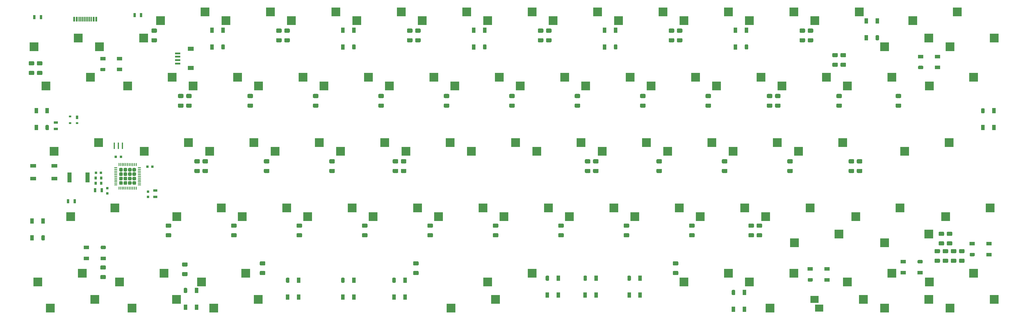
<source format=gbr>
G04 #@! TF.GenerationSoftware,KiCad,Pcbnew,(5.1.11)-1*
G04 #@! TF.CreationDate,2022-07-27T22:19:53+07:00*
G04 #@! TF.ProjectId,krush60hs - Copy,6b727573-6836-4306-9873-202d20436f70,rev?*
G04 #@! TF.SameCoordinates,Original*
G04 #@! TF.FileFunction,Paste,Bot*
G04 #@! TF.FilePolarity,Positive*
%FSLAX46Y46*%
G04 Gerber Fmt 4.6, Leading zero omitted, Abs format (unit mm)*
G04 Created by KiCad (PCBNEW (5.1.11)-1) date 2022-07-27 22:19:53*
%MOMM*%
%LPD*%
G01*
G04 APERTURE LIST*
%ADD10R,0.700000X1.300000*%
%ADD11R,2.550000X2.500000*%
%ADD12R,1.000000X1.500000*%
%ADD13R,2.400000X2.000000*%
%ADD14R,1.800000X1.200000*%
%ADD15R,1.550000X0.600000*%
%ADD16R,0.600000X1.450000*%
%ADD17R,0.300000X1.450000*%
%ADD18R,1.800000X1.100000*%
%ADD19R,0.700000X1.000000*%
%ADD20R,0.700000X0.600000*%
%ADD21R,1.300000X0.700000*%
%ADD22R,0.800000X0.950000*%
%ADD23R,0.800000X0.750000*%
%ADD24R,0.750000X0.800000*%
%ADD25R,1.500000X1.000000*%
%ADD26R,1.190000X3.000000*%
%ADD27R,0.400000X1.900000*%
G04 APERTURE END LIST*
D10*
X32824083Y-43775309D03*
X34724083Y-43775309D03*
X5553746Y-44370622D03*
X3653746Y-44370622D03*
D11*
X124968670Y-129223060D03*
X137895670Y-126683060D03*
X134270882Y-100012500D03*
X121343882Y-102552500D03*
G36*
G01*
X164286700Y-121252316D02*
X163786700Y-121252316D01*
G75*
G02*
X163536700Y-121002316I0J250000D01*
G01*
X163536700Y-120002316D01*
G75*
G02*
X163786700Y-119752316I250000J0D01*
G01*
X164286700Y-119752316D01*
G75*
G02*
X164536700Y-120002316I0J-250000D01*
G01*
X164536700Y-121002316D01*
G75*
G02*
X164286700Y-121252316I-250000J0D01*
G01*
G37*
D12*
X167236700Y-120502316D03*
X164036700Y-125402316D03*
X167236700Y-125402316D03*
G36*
G01*
X153273354Y-121252316D02*
X152773354Y-121252316D01*
G75*
G02*
X152523354Y-121002316I0J250000D01*
G01*
X152523354Y-120002316D01*
G75*
G02*
X152773354Y-119752316I250000J0D01*
G01*
X153273354Y-119752316D01*
G75*
G02*
X153523354Y-120002316I0J-250000D01*
G01*
X153523354Y-121002316D01*
G75*
G02*
X153273354Y-121252316I-250000J0D01*
G01*
G37*
X156223354Y-120502316D03*
X153023354Y-125402316D03*
X156223354Y-125402316D03*
G36*
G01*
X93741754Y-121847632D02*
X93241754Y-121847632D01*
G75*
G02*
X92991754Y-121597632I0J250000D01*
G01*
X92991754Y-120597632D01*
G75*
G02*
X93241754Y-120347632I250000J0D01*
G01*
X93741754Y-120347632D01*
G75*
G02*
X93991754Y-120597632I0J-250000D01*
G01*
X93991754Y-121597632D01*
G75*
G02*
X93741754Y-121847632I-250000J0D01*
G01*
G37*
X96691754Y-121097632D03*
X93491754Y-125997632D03*
X96691754Y-125997632D03*
D11*
X277147290Y-61912612D03*
X264220290Y-64452612D03*
X257075220Y-83502500D03*
X270002220Y-80962500D03*
X243808250Y-42862500D03*
X230881250Y-45402500D03*
X196183434Y-61912500D03*
X183256434Y-64452500D03*
X153320898Y-100012500D03*
X140393898Y-102552500D03*
X77120834Y-100012500D03*
X64193834Y-102552500D03*
X191420930Y-100012500D03*
X178493930Y-102552500D03*
X172370914Y-100012500D03*
X159443914Y-102552500D03*
X277147290Y-119062948D03*
X264220290Y-121602948D03*
X217838010Y-129222948D03*
D13*
X230765010Y-126682948D03*
D11*
X253334650Y-119062948D03*
X240407650Y-121602948D03*
X135631250Y-121602500D03*
X148558250Y-119062500D03*
D14*
X49216250Y-59242500D03*
X49216250Y-53642500D03*
D15*
X45341250Y-54942500D03*
X45341250Y-55942500D03*
X45341250Y-57942500D03*
X45341250Y-56942500D03*
D11*
X22574250Y-53022500D03*
X35501250Y-50482500D03*
D16*
X21678846Y-44987496D03*
X15228846Y-44987496D03*
X20903846Y-44987496D03*
X16003846Y-44987496D03*
D17*
X16703846Y-44987496D03*
X20203846Y-44987496D03*
X17203846Y-44987496D03*
X19703846Y-44987496D03*
X17703846Y-44987496D03*
X19203846Y-44987496D03*
X18703846Y-44987496D03*
X18203846Y-44987496D03*
D11*
X3524250Y-53022500D03*
X16451250Y-50482500D03*
X58070818Y-100012500D03*
X45143818Y-102552500D03*
X251174250Y-110172500D03*
X264101250Y-107632500D03*
X68838794Y-126682564D03*
X55911794Y-129222564D03*
X45026274Y-126682564D03*
X32099274Y-129222564D03*
X21213754Y-126682564D03*
X8286754Y-129222564D03*
D18*
X3289685Y-87764410D03*
X9489685Y-91464410D03*
X3289685Y-91464410D03*
X9489685Y-87764410D03*
D11*
X224980500Y-110172500D03*
X237907500Y-107632500D03*
X205708414Y-119062568D03*
X192781414Y-121602568D03*
X224758430Y-119062568D03*
X211831430Y-121602568D03*
D13*
X232124446Y-129222568D03*
D11*
X245051446Y-126682568D03*
G36*
G01*
X265981466Y-114822243D02*
X267101466Y-114822243D01*
G75*
G02*
X267341466Y-115062243I0J-240000D01*
G01*
X267341466Y-115782243D01*
G75*
G02*
X267101466Y-116022243I-240000J0D01*
G01*
X265981466Y-116022243D01*
G75*
G02*
X265741466Y-115782243I0J240000D01*
G01*
X265741466Y-115062243D01*
G75*
G02*
X265981466Y-114822243I240000J0D01*
G01*
G37*
G36*
G01*
X265981466Y-112022243D02*
X267101466Y-112022243D01*
G75*
G02*
X267341466Y-112262243I0J-240000D01*
G01*
X267341466Y-112982243D01*
G75*
G02*
X267101466Y-113222243I-240000J0D01*
G01*
X265981466Y-113222243D01*
G75*
G02*
X265741466Y-112982243I0J240000D01*
G01*
X265741466Y-112262243D01*
G75*
G02*
X265981466Y-112022243I240000J0D01*
G01*
G37*
X255714734Y-100012500D03*
X242787734Y-102552500D03*
G36*
G01*
X273125666Y-114822322D02*
X274245666Y-114822322D01*
G75*
G02*
X274485666Y-115062322I0J-240000D01*
G01*
X274485666Y-115782322D01*
G75*
G02*
X274245666Y-116022322I-240000J0D01*
G01*
X273125666Y-116022322D01*
G75*
G02*
X272885666Y-115782322I0J240000D01*
G01*
X272885666Y-115062322D01*
G75*
G02*
X273125666Y-114822322I240000J0D01*
G01*
G37*
G36*
G01*
X273125666Y-112022322D02*
X274245666Y-112022322D01*
G75*
G02*
X274485666Y-112262322I0J-240000D01*
G01*
X274485666Y-112982322D01*
G75*
G02*
X274245666Y-113222322I-240000J0D01*
G01*
X273125666Y-113222322D01*
G75*
G02*
X272885666Y-112982322I0J240000D01*
G01*
X272885666Y-112262322D01*
G75*
G02*
X273125666Y-112022322I240000J0D01*
G01*
G37*
G36*
G01*
X270744410Y-114822322D02*
X271864410Y-114822322D01*
G75*
G02*
X272104410Y-115062322I0J-240000D01*
G01*
X272104410Y-115782322D01*
G75*
G02*
X271864410Y-116022322I-240000J0D01*
G01*
X270744410Y-116022322D01*
G75*
G02*
X270504410Y-115782322I0J240000D01*
G01*
X270504410Y-115062322D01*
G75*
G02*
X270744410Y-114822322I240000J0D01*
G01*
G37*
G36*
G01*
X270744410Y-112022322D02*
X271864410Y-112022322D01*
G75*
G02*
X272104410Y-112262322I0J-240000D01*
G01*
X272104410Y-112982322D01*
G75*
G02*
X271864410Y-113222322I-240000J0D01*
G01*
X270744410Y-113222322D01*
G75*
G02*
X270504410Y-112982322I0J240000D01*
G01*
X270504410Y-112262322D01*
G75*
G02*
X270744410Y-112022322I240000J0D01*
G01*
G37*
G36*
G01*
X268362718Y-114822243D02*
X269482718Y-114822243D01*
G75*
G02*
X269722718Y-115062243I0J-240000D01*
G01*
X269722718Y-115782243D01*
G75*
G02*
X269482718Y-116022243I-240000J0D01*
G01*
X268362718Y-116022243D01*
G75*
G02*
X268122718Y-115782243I0J240000D01*
G01*
X268122718Y-115062243D01*
G75*
G02*
X268362718Y-114822243I240000J0D01*
G01*
G37*
G36*
G01*
X268362718Y-112022243D02*
X269482718Y-112022243D01*
G75*
G02*
X269722718Y-112262243I0J-240000D01*
G01*
X269722718Y-112982243D01*
G75*
G02*
X269482718Y-113222243I-240000J0D01*
G01*
X268362718Y-113222243D01*
G75*
G02*
X268122718Y-112982243I0J240000D01*
G01*
X268122718Y-112262243D01*
G75*
G02*
X268362718Y-112022243I240000J0D01*
G01*
G37*
G36*
G01*
X189782314Y-118394472D02*
X190902314Y-118394472D01*
G75*
G02*
X191142314Y-118634472I0J-240000D01*
G01*
X191142314Y-119354472D01*
G75*
G02*
X190902314Y-119594472I-240000J0D01*
G01*
X189782314Y-119594472D01*
G75*
G02*
X189542314Y-119354472I0J240000D01*
G01*
X189542314Y-118634472D01*
G75*
G02*
X189782314Y-118394472I240000J0D01*
G01*
G37*
G36*
G01*
X189782314Y-115594472D02*
X190902314Y-115594472D01*
G75*
G02*
X191142314Y-115834472I0J-240000D01*
G01*
X191142314Y-116554472D01*
G75*
G02*
X190902314Y-116794472I-240000J0D01*
G01*
X189782314Y-116794472D01*
G75*
G02*
X189542314Y-116554472I0J240000D01*
G01*
X189542314Y-115834472D01*
G75*
G02*
X189782314Y-115594472I240000J0D01*
G01*
G37*
G36*
G01*
X114176655Y-118394125D02*
X115296655Y-118394125D01*
G75*
G02*
X115536655Y-118634125I0J-240000D01*
G01*
X115536655Y-119354125D01*
G75*
G02*
X115296655Y-119594125I-240000J0D01*
G01*
X114176655Y-119594125D01*
G75*
G02*
X113936655Y-119354125I0J240000D01*
G01*
X113936655Y-118634125D01*
G75*
G02*
X114176655Y-118394125I240000J0D01*
G01*
G37*
G36*
G01*
X114176655Y-115594125D02*
X115296655Y-115594125D01*
G75*
G02*
X115536655Y-115834125I0J-240000D01*
G01*
X115536655Y-116554125D01*
G75*
G02*
X115296655Y-116794125I-240000J0D01*
G01*
X114176655Y-116794125D01*
G75*
G02*
X113936655Y-116554125I0J240000D01*
G01*
X113936655Y-115834125D01*
G75*
G02*
X114176655Y-115594125I240000J0D01*
G01*
G37*
G36*
G01*
X69528400Y-118394250D02*
X70648400Y-118394250D01*
G75*
G02*
X70888400Y-118634250I0J-240000D01*
G01*
X70888400Y-119354250D01*
G75*
G02*
X70648400Y-119594250I-240000J0D01*
G01*
X69528400Y-119594250D01*
G75*
G02*
X69288400Y-119354250I0J240000D01*
G01*
X69288400Y-118634250D01*
G75*
G02*
X69528400Y-118394250I240000J0D01*
G01*
G37*
G36*
G01*
X69528400Y-115594250D02*
X70648400Y-115594250D01*
G75*
G02*
X70888400Y-115834250I0J-240000D01*
G01*
X70888400Y-116554250D01*
G75*
G02*
X70648400Y-116794250I-240000J0D01*
G01*
X69528400Y-116794250D01*
G75*
G02*
X69288400Y-116554250I0J240000D01*
G01*
X69288400Y-115834250D01*
G75*
G02*
X69528400Y-115594250I240000J0D01*
G01*
G37*
G36*
G01*
X46906358Y-118691907D02*
X48026358Y-118691907D01*
G75*
G02*
X48266358Y-118931907I0J-240000D01*
G01*
X48266358Y-119651907D01*
G75*
G02*
X48026358Y-119891907I-240000J0D01*
G01*
X46906358Y-119891907D01*
G75*
G02*
X46666358Y-119651907I0J240000D01*
G01*
X46666358Y-118931907D01*
G75*
G02*
X46906358Y-118691907I240000J0D01*
G01*
G37*
G36*
G01*
X46906358Y-115891907D02*
X48026358Y-115891907D01*
G75*
G02*
X48266358Y-116131907I0J-240000D01*
G01*
X48266358Y-116851907D01*
G75*
G02*
X48026358Y-117091907I-240000J0D01*
G01*
X46906358Y-117091907D01*
G75*
G02*
X46666358Y-116851907I0J240000D01*
G01*
X46666358Y-116131907D01*
G75*
G02*
X46906358Y-115891907I240000J0D01*
G01*
G37*
G36*
G01*
X23093798Y-119584878D02*
X24213798Y-119584878D01*
G75*
G02*
X24453798Y-119824878I0J-240000D01*
G01*
X24453798Y-120544878D01*
G75*
G02*
X24213798Y-120784878I-240000J0D01*
G01*
X23093798Y-120784878D01*
G75*
G02*
X22853798Y-120544878I0J240000D01*
G01*
X22853798Y-119824878D01*
G75*
G02*
X23093798Y-119584878I240000J0D01*
G01*
G37*
G36*
G01*
X23093798Y-116784878D02*
X24213798Y-116784878D01*
G75*
G02*
X24453798Y-117024878I0J-240000D01*
G01*
X24453798Y-117744878D01*
G75*
G02*
X24213798Y-117984878I-240000J0D01*
G01*
X23093798Y-117984878D01*
G75*
G02*
X22853798Y-117744878I0J240000D01*
G01*
X22853798Y-117024878D01*
G75*
G02*
X23093798Y-116784878I240000J0D01*
G01*
G37*
G36*
G01*
X270673788Y-108162153D02*
X269553788Y-108162153D01*
G75*
G02*
X269313788Y-107922153I0J240000D01*
G01*
X269313788Y-107202153D01*
G75*
G02*
X269553788Y-106962153I240000J0D01*
G01*
X270673788Y-106962153D01*
G75*
G02*
X270913788Y-107202153I0J-240000D01*
G01*
X270913788Y-107922153D01*
G75*
G02*
X270673788Y-108162153I-240000J0D01*
G01*
G37*
G36*
G01*
X270673788Y-110962153D02*
X269553788Y-110962153D01*
G75*
G02*
X269313788Y-110722153I0J240000D01*
G01*
X269313788Y-110002153D01*
G75*
G02*
X269553788Y-109762153I240000J0D01*
G01*
X270673788Y-109762153D01*
G75*
G02*
X270913788Y-110002153I0J-240000D01*
G01*
X270913788Y-110722153D01*
G75*
G02*
X270673788Y-110962153I-240000J0D01*
G01*
G37*
G36*
G01*
X268292532Y-108162153D02*
X267172532Y-108162153D01*
G75*
G02*
X266932532Y-107922153I0J240000D01*
G01*
X266932532Y-107202153D01*
G75*
G02*
X267172532Y-106962153I240000J0D01*
G01*
X268292532Y-106962153D01*
G75*
G02*
X268532532Y-107202153I0J-240000D01*
G01*
X268532532Y-107922153D01*
G75*
G02*
X268292532Y-108162153I-240000J0D01*
G01*
G37*
G36*
G01*
X268292532Y-110962153D02*
X267172532Y-110962153D01*
G75*
G02*
X266932532Y-110722153I0J240000D01*
G01*
X266932532Y-110002153D01*
G75*
G02*
X267172532Y-109762153I240000J0D01*
G01*
X268292532Y-109762153D01*
G75*
G02*
X268532532Y-110002153I0J-240000D01*
G01*
X268532532Y-110722153D01*
G75*
G02*
X268292532Y-110962153I-240000J0D01*
G01*
G37*
G36*
G01*
X215309061Y-105781265D02*
X214189061Y-105781265D01*
G75*
G02*
X213949061Y-105541265I0J240000D01*
G01*
X213949061Y-104821265D01*
G75*
G02*
X214189061Y-104581265I240000J0D01*
G01*
X215309061Y-104581265D01*
G75*
G02*
X215549061Y-104821265I0J-240000D01*
G01*
X215549061Y-105541265D01*
G75*
G02*
X215309061Y-105781265I-240000J0D01*
G01*
G37*
G36*
G01*
X215309061Y-108581265D02*
X214189061Y-108581265D01*
G75*
G02*
X213949061Y-108341265I0J240000D01*
G01*
X213949061Y-107621265D01*
G75*
G02*
X214189061Y-107381265I240000J0D01*
G01*
X215309061Y-107381265D01*
G75*
G02*
X215549061Y-107621265I0J-240000D01*
G01*
X215549061Y-108341265D01*
G75*
G02*
X215309061Y-108581265I-240000J0D01*
G01*
G37*
G36*
G01*
X212928831Y-105781265D02*
X211808831Y-105781265D01*
G75*
G02*
X211568831Y-105541265I0J240000D01*
G01*
X211568831Y-104821265D01*
G75*
G02*
X211808831Y-104581265I240000J0D01*
G01*
X212928831Y-104581265D01*
G75*
G02*
X213168831Y-104821265I0J-240000D01*
G01*
X213168831Y-105541265D01*
G75*
G02*
X212928831Y-105781265I-240000J0D01*
G01*
G37*
G36*
G01*
X212928831Y-108581265D02*
X211808831Y-108581265D01*
G75*
G02*
X211568831Y-108341265I0J240000D01*
G01*
X211568831Y-107621265D01*
G75*
G02*
X211808831Y-107381265I240000J0D01*
G01*
X212928831Y-107381265D01*
G75*
G02*
X213168831Y-107621265I0J-240000D01*
G01*
X213168831Y-108341265D01*
G75*
G02*
X212928831Y-108581265I-240000J0D01*
G01*
G37*
G36*
G01*
X195664690Y-105781265D02*
X194544690Y-105781265D01*
G75*
G02*
X194304690Y-105541265I0J240000D01*
G01*
X194304690Y-104821265D01*
G75*
G02*
X194544690Y-104581265I240000J0D01*
G01*
X195664690Y-104581265D01*
G75*
G02*
X195904690Y-104821265I0J-240000D01*
G01*
X195904690Y-105541265D01*
G75*
G02*
X195664690Y-105781265I-240000J0D01*
G01*
G37*
G36*
G01*
X195664690Y-108581265D02*
X194544690Y-108581265D01*
G75*
G02*
X194304690Y-108341265I0J240000D01*
G01*
X194304690Y-107621265D01*
G75*
G02*
X194544690Y-107381265I240000J0D01*
G01*
X195664690Y-107381265D01*
G75*
G02*
X195904690Y-107621265I0J-240000D01*
G01*
X195904690Y-108341265D01*
G75*
G02*
X195664690Y-108581265I-240000J0D01*
G01*
G37*
G36*
G01*
X176614610Y-105781265D02*
X175494610Y-105781265D01*
G75*
G02*
X175254610Y-105541265I0J240000D01*
G01*
X175254610Y-104821265D01*
G75*
G02*
X175494610Y-104581265I240000J0D01*
G01*
X176614610Y-104581265D01*
G75*
G02*
X176854610Y-104821265I0J-240000D01*
G01*
X176854610Y-105541265D01*
G75*
G02*
X176614610Y-105781265I-240000J0D01*
G01*
G37*
G36*
G01*
X176614610Y-108581265D02*
X175494610Y-108581265D01*
G75*
G02*
X175254610Y-108341265I0J240000D01*
G01*
X175254610Y-107621265D01*
G75*
G02*
X175494610Y-107381265I240000J0D01*
G01*
X176614610Y-107381265D01*
G75*
G02*
X176854610Y-107621265I0J-240000D01*
G01*
X176854610Y-108341265D01*
G75*
G02*
X176614610Y-108581265I-240000J0D01*
G01*
G37*
G36*
G01*
X157564530Y-105781265D02*
X156444530Y-105781265D01*
G75*
G02*
X156204530Y-105541265I0J240000D01*
G01*
X156204530Y-104821265D01*
G75*
G02*
X156444530Y-104581265I240000J0D01*
G01*
X157564530Y-104581265D01*
G75*
G02*
X157804530Y-104821265I0J-240000D01*
G01*
X157804530Y-105541265D01*
G75*
G02*
X157564530Y-105781265I-240000J0D01*
G01*
G37*
G36*
G01*
X157564530Y-108581265D02*
X156444530Y-108581265D01*
G75*
G02*
X156204530Y-108341265I0J240000D01*
G01*
X156204530Y-107621265D01*
G75*
G02*
X156444530Y-107381265I240000J0D01*
G01*
X157564530Y-107381265D01*
G75*
G02*
X157804530Y-107621265I0J-240000D01*
G01*
X157804530Y-108341265D01*
G75*
G02*
X157564530Y-108581265I-240000J0D01*
G01*
G37*
G36*
G01*
X138514450Y-105781265D02*
X137394450Y-105781265D01*
G75*
G02*
X137154450Y-105541265I0J240000D01*
G01*
X137154450Y-104821265D01*
G75*
G02*
X137394450Y-104581265I240000J0D01*
G01*
X138514450Y-104581265D01*
G75*
G02*
X138754450Y-104821265I0J-240000D01*
G01*
X138754450Y-105541265D01*
G75*
G02*
X138514450Y-105781265I-240000J0D01*
G01*
G37*
G36*
G01*
X138514450Y-108581265D02*
X137394450Y-108581265D01*
G75*
G02*
X137154450Y-108341265I0J240000D01*
G01*
X137154450Y-107621265D01*
G75*
G02*
X137394450Y-107381265I240000J0D01*
G01*
X138514450Y-107381265D01*
G75*
G02*
X138754450Y-107621265I0J-240000D01*
G01*
X138754450Y-108341265D01*
G75*
G02*
X138514450Y-108581265I-240000J0D01*
G01*
G37*
G36*
G01*
X119464370Y-105781265D02*
X118344370Y-105781265D01*
G75*
G02*
X118104370Y-105541265I0J240000D01*
G01*
X118104370Y-104821265D01*
G75*
G02*
X118344370Y-104581265I240000J0D01*
G01*
X119464370Y-104581265D01*
G75*
G02*
X119704370Y-104821265I0J-240000D01*
G01*
X119704370Y-105541265D01*
G75*
G02*
X119464370Y-105781265I-240000J0D01*
G01*
G37*
G36*
G01*
X119464370Y-108581265D02*
X118344370Y-108581265D01*
G75*
G02*
X118104370Y-108341265I0J240000D01*
G01*
X118104370Y-107621265D01*
G75*
G02*
X118344370Y-107381265I240000J0D01*
G01*
X119464370Y-107381265D01*
G75*
G02*
X119704370Y-107621265I0J-240000D01*
G01*
X119704370Y-108341265D01*
G75*
G02*
X119464370Y-108581265I-240000J0D01*
G01*
G37*
G36*
G01*
X100414290Y-105781265D02*
X99294290Y-105781265D01*
G75*
G02*
X99054290Y-105541265I0J240000D01*
G01*
X99054290Y-104821265D01*
G75*
G02*
X99294290Y-104581265I240000J0D01*
G01*
X100414290Y-104581265D01*
G75*
G02*
X100654290Y-104821265I0J-240000D01*
G01*
X100654290Y-105541265D01*
G75*
G02*
X100414290Y-105781265I-240000J0D01*
G01*
G37*
G36*
G01*
X100414290Y-108581265D02*
X99294290Y-108581265D01*
G75*
G02*
X99054290Y-108341265I0J240000D01*
G01*
X99054290Y-107621265D01*
G75*
G02*
X99294290Y-107381265I240000J0D01*
G01*
X100414290Y-107381265D01*
G75*
G02*
X100654290Y-107621265I0J-240000D01*
G01*
X100654290Y-108341265D01*
G75*
G02*
X100414290Y-108581265I-240000J0D01*
G01*
G37*
G36*
G01*
X81364210Y-105781265D02*
X80244210Y-105781265D01*
G75*
G02*
X80004210Y-105541265I0J240000D01*
G01*
X80004210Y-104821265D01*
G75*
G02*
X80244210Y-104581265I240000J0D01*
G01*
X81364210Y-104581265D01*
G75*
G02*
X81604210Y-104821265I0J-240000D01*
G01*
X81604210Y-105541265D01*
G75*
G02*
X81364210Y-105781265I-240000J0D01*
G01*
G37*
G36*
G01*
X81364210Y-108581265D02*
X80244210Y-108581265D01*
G75*
G02*
X80004210Y-108341265I0J240000D01*
G01*
X80004210Y-107621265D01*
G75*
G02*
X80244210Y-107381265I240000J0D01*
G01*
X81364210Y-107381265D01*
G75*
G02*
X81604210Y-107621265I0J-240000D01*
G01*
X81604210Y-108341265D01*
G75*
G02*
X81364210Y-108581265I-240000J0D01*
G01*
G37*
G36*
G01*
X62314130Y-105781265D02*
X61194130Y-105781265D01*
G75*
G02*
X60954130Y-105541265I0J240000D01*
G01*
X60954130Y-104821265D01*
G75*
G02*
X61194130Y-104581265I240000J0D01*
G01*
X62314130Y-104581265D01*
G75*
G02*
X62554130Y-104821265I0J-240000D01*
G01*
X62554130Y-105541265D01*
G75*
G02*
X62314130Y-105781265I-240000J0D01*
G01*
G37*
G36*
G01*
X62314130Y-108581265D02*
X61194130Y-108581265D01*
G75*
G02*
X60954130Y-108341265I0J240000D01*
G01*
X60954130Y-107621265D01*
G75*
G02*
X61194130Y-107381265I240000J0D01*
G01*
X62314130Y-107381265D01*
G75*
G02*
X62554130Y-107621265I0J-240000D01*
G01*
X62554130Y-108341265D01*
G75*
G02*
X62314130Y-108581265I-240000J0D01*
G01*
G37*
G36*
G01*
X43263846Y-105780941D02*
X42143846Y-105780941D01*
G75*
G02*
X41903846Y-105540941I0J240000D01*
G01*
X41903846Y-104820941D01*
G75*
G02*
X42143846Y-104580941I240000J0D01*
G01*
X43263846Y-104580941D01*
G75*
G02*
X43503846Y-104820941I0J-240000D01*
G01*
X43503846Y-105540941D01*
G75*
G02*
X43263846Y-105780941I-240000J0D01*
G01*
G37*
G36*
G01*
X43263846Y-108580941D02*
X42143846Y-108580941D01*
G75*
G02*
X41903846Y-108340941I0J240000D01*
G01*
X41903846Y-107620941D01*
G75*
G02*
X42143846Y-107380941I240000J0D01*
G01*
X43263846Y-107380941D01*
G75*
G02*
X43503846Y-107620941I0J-240000D01*
G01*
X43503846Y-108340941D01*
G75*
G02*
X43263846Y-108580941I-240000J0D01*
G01*
G37*
G36*
G01*
X244479572Y-89828471D02*
X243359572Y-89828471D01*
G75*
G02*
X243119572Y-89588471I0J240000D01*
G01*
X243119572Y-88868471D01*
G75*
G02*
X243359572Y-88628471I240000J0D01*
G01*
X244479572Y-88628471D01*
G75*
G02*
X244719572Y-88868471I0J-240000D01*
G01*
X244719572Y-89588471D01*
G75*
G02*
X244479572Y-89828471I-240000J0D01*
G01*
G37*
G36*
G01*
X244479572Y-87028471D02*
X243359572Y-87028471D01*
G75*
G02*
X243119572Y-86788471I0J240000D01*
G01*
X243119572Y-86068471D01*
G75*
G02*
X243359572Y-85828471I240000J0D01*
G01*
X244479572Y-85828471D01*
G75*
G02*
X244719572Y-86068471I0J-240000D01*
G01*
X244719572Y-86788471D01*
G75*
G02*
X244479572Y-87028471I-240000J0D01*
G01*
G37*
G36*
G01*
X242099260Y-87028842D02*
X240979260Y-87028842D01*
G75*
G02*
X240739260Y-86788842I0J240000D01*
G01*
X240739260Y-86068842D01*
G75*
G02*
X240979260Y-85828842I240000J0D01*
G01*
X242099260Y-85828842D01*
G75*
G02*
X242339260Y-86068842I0J-240000D01*
G01*
X242339260Y-86788842D01*
G75*
G02*
X242099260Y-87028842I-240000J0D01*
G01*
G37*
G36*
G01*
X242099260Y-89828842D02*
X240979260Y-89828842D01*
G75*
G02*
X240739260Y-89588842I0J240000D01*
G01*
X240739260Y-88868842D01*
G75*
G02*
X240979260Y-88628842I240000J0D01*
G01*
X242099260Y-88628842D01*
G75*
G02*
X242339260Y-88868842I0J-240000D01*
G01*
X242339260Y-89588842D01*
G75*
G02*
X242099260Y-89828842I-240000J0D01*
G01*
G37*
G36*
G01*
X224239810Y-87028842D02*
X223119810Y-87028842D01*
G75*
G02*
X222879810Y-86788842I0J240000D01*
G01*
X222879810Y-86068842D01*
G75*
G02*
X223119810Y-85828842I240000J0D01*
G01*
X224239810Y-85828842D01*
G75*
G02*
X224479810Y-86068842I0J-240000D01*
G01*
X224479810Y-86788842D01*
G75*
G02*
X224239810Y-87028842I-240000J0D01*
G01*
G37*
G36*
G01*
X224239810Y-89828842D02*
X223119810Y-89828842D01*
G75*
G02*
X222879810Y-89588842I0J240000D01*
G01*
X222879810Y-88868842D01*
G75*
G02*
X223119810Y-88628842I240000J0D01*
G01*
X224239810Y-88628842D01*
G75*
G02*
X224479810Y-88868842I0J-240000D01*
G01*
X224479810Y-89588842D01*
G75*
G02*
X224239810Y-89828842I-240000J0D01*
G01*
G37*
G36*
G01*
X205189730Y-87028842D02*
X204069730Y-87028842D01*
G75*
G02*
X203829730Y-86788842I0J240000D01*
G01*
X203829730Y-86068842D01*
G75*
G02*
X204069730Y-85828842I240000J0D01*
G01*
X205189730Y-85828842D01*
G75*
G02*
X205429730Y-86068842I0J-240000D01*
G01*
X205429730Y-86788842D01*
G75*
G02*
X205189730Y-87028842I-240000J0D01*
G01*
G37*
G36*
G01*
X205189730Y-89828842D02*
X204069730Y-89828842D01*
G75*
G02*
X203829730Y-89588842I0J240000D01*
G01*
X203829730Y-88868842D01*
G75*
G02*
X204069730Y-88628842I240000J0D01*
G01*
X205189730Y-88628842D01*
G75*
G02*
X205429730Y-88868842I0J-240000D01*
G01*
X205429730Y-89588842D01*
G75*
G02*
X205189730Y-89828842I-240000J0D01*
G01*
G37*
G36*
G01*
X186139650Y-87028842D02*
X185019650Y-87028842D01*
G75*
G02*
X184779650Y-86788842I0J240000D01*
G01*
X184779650Y-86068842D01*
G75*
G02*
X185019650Y-85828842I240000J0D01*
G01*
X186139650Y-85828842D01*
G75*
G02*
X186379650Y-86068842I0J-240000D01*
G01*
X186379650Y-86788842D01*
G75*
G02*
X186139650Y-87028842I-240000J0D01*
G01*
G37*
G36*
G01*
X186139650Y-89828842D02*
X185019650Y-89828842D01*
G75*
G02*
X184779650Y-89588842I0J240000D01*
G01*
X184779650Y-88868842D01*
G75*
G02*
X185019650Y-88628842I240000J0D01*
G01*
X186139650Y-88628842D01*
G75*
G02*
X186379650Y-88868842I0J-240000D01*
G01*
X186379650Y-89588842D01*
G75*
G02*
X186139650Y-89828842I-240000J0D01*
G01*
G37*
G36*
G01*
X167684195Y-87028842D02*
X166564195Y-87028842D01*
G75*
G02*
X166324195Y-86788842I0J240000D01*
G01*
X166324195Y-86068842D01*
G75*
G02*
X166564195Y-85828842I240000J0D01*
G01*
X167684195Y-85828842D01*
G75*
G02*
X167924195Y-86068842I0J-240000D01*
G01*
X167924195Y-86788842D01*
G75*
G02*
X167684195Y-87028842I-240000J0D01*
G01*
G37*
G36*
G01*
X167684195Y-89828842D02*
X166564195Y-89828842D01*
G75*
G02*
X166324195Y-89588842I0J240000D01*
G01*
X166324195Y-88868842D01*
G75*
G02*
X166564195Y-88628842I240000J0D01*
G01*
X167684195Y-88628842D01*
G75*
G02*
X167924195Y-88868842I0J-240000D01*
G01*
X167924195Y-89588842D01*
G75*
G02*
X167684195Y-89828842I-240000J0D01*
G01*
G37*
G36*
G01*
X165302943Y-87028471D02*
X164182943Y-87028471D01*
G75*
G02*
X163942943Y-86788471I0J240000D01*
G01*
X163942943Y-86068471D01*
G75*
G02*
X164182943Y-85828471I240000J0D01*
G01*
X165302943Y-85828471D01*
G75*
G02*
X165542943Y-86068471I0J-240000D01*
G01*
X165542943Y-86788471D01*
G75*
G02*
X165302943Y-87028471I-240000J0D01*
G01*
G37*
G36*
G01*
X165302943Y-89828471D02*
X164182943Y-89828471D01*
G75*
G02*
X163942943Y-89588471I0J240000D01*
G01*
X163942943Y-88868471D01*
G75*
G02*
X164182943Y-88628471I240000J0D01*
G01*
X165302943Y-88628471D01*
G75*
G02*
X165542943Y-88868471I0J-240000D01*
G01*
X165542943Y-89588471D01*
G75*
G02*
X165302943Y-89828471I-240000J0D01*
G01*
G37*
G36*
G01*
X111724773Y-87028471D02*
X110604773Y-87028471D01*
G75*
G02*
X110364773Y-86788471I0J240000D01*
G01*
X110364773Y-86068471D01*
G75*
G02*
X110604773Y-85828471I240000J0D01*
G01*
X111724773Y-85828471D01*
G75*
G02*
X111964773Y-86068471I0J-240000D01*
G01*
X111964773Y-86788471D01*
G75*
G02*
X111724773Y-87028471I-240000J0D01*
G01*
G37*
G36*
G01*
X111724773Y-89828471D02*
X110604773Y-89828471D01*
G75*
G02*
X110364773Y-89588471I0J240000D01*
G01*
X110364773Y-88868471D01*
G75*
G02*
X110604773Y-88628471I240000J0D01*
G01*
X111724773Y-88628471D01*
G75*
G02*
X111964773Y-88868471I0J-240000D01*
G01*
X111964773Y-89588471D01*
G75*
G02*
X111724773Y-89828471I-240000J0D01*
G01*
G37*
G36*
G01*
X109343521Y-87028442D02*
X108223521Y-87028442D01*
G75*
G02*
X107983521Y-86788442I0J240000D01*
G01*
X107983521Y-86068442D01*
G75*
G02*
X108223521Y-85828442I240000J0D01*
G01*
X109343521Y-85828442D01*
G75*
G02*
X109583521Y-86068442I0J-240000D01*
G01*
X109583521Y-86788442D01*
G75*
G02*
X109343521Y-87028442I-240000J0D01*
G01*
G37*
G36*
G01*
X109343521Y-89828442D02*
X108223521Y-89828442D01*
G75*
G02*
X107983521Y-89588442I0J240000D01*
G01*
X107983521Y-88868442D01*
G75*
G02*
X108223521Y-88628442I240000J0D01*
G01*
X109343521Y-88628442D01*
G75*
G02*
X109583521Y-88868442I0J-240000D01*
G01*
X109583521Y-89588442D01*
G75*
G02*
X109343521Y-89828442I-240000J0D01*
G01*
G37*
G36*
G01*
X90889250Y-87028842D02*
X89769250Y-87028842D01*
G75*
G02*
X89529250Y-86788842I0J240000D01*
G01*
X89529250Y-86068842D01*
G75*
G02*
X89769250Y-85828842I240000J0D01*
G01*
X90889250Y-85828842D01*
G75*
G02*
X91129250Y-86068842I0J-240000D01*
G01*
X91129250Y-86788842D01*
G75*
G02*
X90889250Y-87028842I-240000J0D01*
G01*
G37*
G36*
G01*
X90889250Y-89828842D02*
X89769250Y-89828842D01*
G75*
G02*
X89529250Y-89588842I0J240000D01*
G01*
X89529250Y-88868842D01*
G75*
G02*
X89769250Y-88628842I240000J0D01*
G01*
X90889250Y-88628842D01*
G75*
G02*
X91129250Y-88868842I0J-240000D01*
G01*
X91129250Y-89588842D01*
G75*
G02*
X90889250Y-89828842I-240000J0D01*
G01*
G37*
G36*
G01*
X71839170Y-87028842D02*
X70719170Y-87028842D01*
G75*
G02*
X70479170Y-86788842I0J240000D01*
G01*
X70479170Y-86068842D01*
G75*
G02*
X70719170Y-85828842I240000J0D01*
G01*
X71839170Y-85828842D01*
G75*
G02*
X72079170Y-86068842I0J-240000D01*
G01*
X72079170Y-86788842D01*
G75*
G02*
X71839170Y-87028842I-240000J0D01*
G01*
G37*
G36*
G01*
X71839170Y-89828842D02*
X70719170Y-89828842D01*
G75*
G02*
X70479170Y-89588842I0J240000D01*
G01*
X70479170Y-88868842D01*
G75*
G02*
X70719170Y-88628842I240000J0D01*
G01*
X71839170Y-88628842D01*
G75*
G02*
X72079170Y-88868842I0J-240000D01*
G01*
X72079170Y-89588842D01*
G75*
G02*
X71839170Y-89828842I-240000J0D01*
G01*
G37*
G36*
G01*
X51598125Y-87028442D02*
X50478125Y-87028442D01*
G75*
G02*
X50238125Y-86788442I0J240000D01*
G01*
X50238125Y-86068442D01*
G75*
G02*
X50478125Y-85828442I240000J0D01*
G01*
X51598125Y-85828442D01*
G75*
G02*
X51838125Y-86068442I0J-240000D01*
G01*
X51838125Y-86788442D01*
G75*
G02*
X51598125Y-87028442I-240000J0D01*
G01*
G37*
G36*
G01*
X51598125Y-89828442D02*
X50478125Y-89828442D01*
G75*
G02*
X50238125Y-89588442I0J240000D01*
G01*
X50238125Y-88868442D01*
G75*
G02*
X50478125Y-88628442I240000J0D01*
G01*
X51598125Y-88628442D01*
G75*
G02*
X51838125Y-88868442I0J-240000D01*
G01*
X51838125Y-89588442D01*
G75*
G02*
X51598125Y-89828442I-240000J0D01*
G01*
G37*
G36*
G01*
X255791758Y-67978560D02*
X254671758Y-67978560D01*
G75*
G02*
X254431758Y-67738560I0J240000D01*
G01*
X254431758Y-67018560D01*
G75*
G02*
X254671758Y-66778560I240000J0D01*
G01*
X255791758Y-66778560D01*
G75*
G02*
X256031758Y-67018560I0J-240000D01*
G01*
X256031758Y-67738560D01*
G75*
G02*
X255791758Y-67978560I-240000J0D01*
G01*
G37*
G36*
G01*
X255791758Y-70778560D02*
X254671758Y-70778560D01*
G75*
G02*
X254431758Y-70538560I0J240000D01*
G01*
X254431758Y-69818560D01*
G75*
G02*
X254671758Y-69578560I240000J0D01*
G01*
X255791758Y-69578560D01*
G75*
G02*
X256031758Y-69818560I0J-240000D01*
G01*
X256031758Y-70538560D01*
G75*
G02*
X255791758Y-70778560I-240000J0D01*
G01*
G37*
G36*
G01*
X53979375Y-87028442D02*
X52859375Y-87028442D01*
G75*
G02*
X52619375Y-86788442I0J240000D01*
G01*
X52619375Y-86068442D01*
G75*
G02*
X52859375Y-85828442I240000J0D01*
G01*
X53979375Y-85828442D01*
G75*
G02*
X54219375Y-86068442I0J-240000D01*
G01*
X54219375Y-86788442D01*
G75*
G02*
X53979375Y-87028442I-240000J0D01*
G01*
G37*
G36*
G01*
X53979375Y-89828442D02*
X52859375Y-89828442D01*
G75*
G02*
X52619375Y-89588442I0J240000D01*
G01*
X52619375Y-88868442D01*
G75*
G02*
X52859375Y-88628442I240000J0D01*
G01*
X53979375Y-88628442D01*
G75*
G02*
X54219375Y-88868442I0J-240000D01*
G01*
X54219375Y-89588442D01*
G75*
G02*
X53979375Y-89828442I-240000J0D01*
G01*
G37*
G36*
G01*
X238526886Y-67978442D02*
X237406886Y-67978442D01*
G75*
G02*
X237166886Y-67738442I0J240000D01*
G01*
X237166886Y-67018442D01*
G75*
G02*
X237406886Y-66778442I240000J0D01*
G01*
X238526886Y-66778442D01*
G75*
G02*
X238766886Y-67018442I0J-240000D01*
G01*
X238766886Y-67738442D01*
G75*
G02*
X238526886Y-67978442I-240000J0D01*
G01*
G37*
G36*
G01*
X238526886Y-70778442D02*
X237406886Y-70778442D01*
G75*
G02*
X237166886Y-70538442I0J240000D01*
G01*
X237166886Y-69818442D01*
G75*
G02*
X237406886Y-69578442I240000J0D01*
G01*
X238526886Y-69578442D01*
G75*
G02*
X238766886Y-69818442I0J-240000D01*
G01*
X238766886Y-70538442D01*
G75*
G02*
X238526886Y-70778442I-240000J0D01*
G01*
G37*
G36*
G01*
X220667920Y-67978762D02*
X219547920Y-67978762D01*
G75*
G02*
X219307920Y-67738762I0J240000D01*
G01*
X219307920Y-67018762D01*
G75*
G02*
X219547920Y-66778762I240000J0D01*
G01*
X220667920Y-66778762D01*
G75*
G02*
X220907920Y-67018762I0J-240000D01*
G01*
X220907920Y-67738762D01*
G75*
G02*
X220667920Y-67978762I-240000J0D01*
G01*
G37*
G36*
G01*
X220667920Y-70778762D02*
X219547920Y-70778762D01*
G75*
G02*
X219307920Y-70538762I0J240000D01*
G01*
X219307920Y-69818762D01*
G75*
G02*
X219547920Y-69578762I240000J0D01*
G01*
X220667920Y-69578762D01*
G75*
G02*
X220907920Y-69818762I0J-240000D01*
G01*
X220907920Y-70538762D01*
G75*
G02*
X220667920Y-70778762I-240000J0D01*
G01*
G37*
G36*
G01*
X218286660Y-67978762D02*
X217166660Y-67978762D01*
G75*
G02*
X216926660Y-67738762I0J240000D01*
G01*
X216926660Y-67018762D01*
G75*
G02*
X217166660Y-66778762I240000J0D01*
G01*
X218286660Y-66778762D01*
G75*
G02*
X218526660Y-67018762I0J-240000D01*
G01*
X218526660Y-67738762D01*
G75*
G02*
X218286660Y-67978762I-240000J0D01*
G01*
G37*
G36*
G01*
X218286660Y-70778762D02*
X217166660Y-70778762D01*
G75*
G02*
X216926660Y-70538762I0J240000D01*
G01*
X216926660Y-69818762D01*
G75*
G02*
X217166660Y-69578762I240000J0D01*
G01*
X218286660Y-69578762D01*
G75*
G02*
X218526660Y-69818762I0J-240000D01*
G01*
X218526660Y-70538762D01*
G75*
G02*
X218286660Y-70778762I-240000J0D01*
G01*
G37*
G36*
G01*
X200427210Y-67978762D02*
X199307210Y-67978762D01*
G75*
G02*
X199067210Y-67738762I0J240000D01*
G01*
X199067210Y-67018762D01*
G75*
G02*
X199307210Y-66778762I240000J0D01*
G01*
X200427210Y-66778762D01*
G75*
G02*
X200667210Y-67018762I0J-240000D01*
G01*
X200667210Y-67738762D01*
G75*
G02*
X200427210Y-67978762I-240000J0D01*
G01*
G37*
G36*
G01*
X200427210Y-70778762D02*
X199307210Y-70778762D01*
G75*
G02*
X199067210Y-70538762I0J240000D01*
G01*
X199067210Y-69818762D01*
G75*
G02*
X199307210Y-69578762I240000J0D01*
G01*
X200427210Y-69578762D01*
G75*
G02*
X200667210Y-69818762I0J-240000D01*
G01*
X200667210Y-70538762D01*
G75*
G02*
X200427210Y-70778762I-240000J0D01*
G01*
G37*
G36*
G01*
X181376426Y-67978442D02*
X180256426Y-67978442D01*
G75*
G02*
X180016426Y-67738442I0J240000D01*
G01*
X180016426Y-67018442D01*
G75*
G02*
X180256426Y-66778442I240000J0D01*
G01*
X181376426Y-66778442D01*
G75*
G02*
X181616426Y-67018442I0J-240000D01*
G01*
X181616426Y-67738442D01*
G75*
G02*
X181376426Y-67978442I-240000J0D01*
G01*
G37*
G36*
G01*
X181376426Y-70778442D02*
X180256426Y-70778442D01*
G75*
G02*
X180016426Y-70538442I0J240000D01*
G01*
X180016426Y-69818442D01*
G75*
G02*
X180256426Y-69578442I240000J0D01*
G01*
X181376426Y-69578442D01*
G75*
G02*
X181616426Y-69818442I0J-240000D01*
G01*
X181616426Y-70538442D01*
G75*
G02*
X181376426Y-70778442I-240000J0D01*
G01*
G37*
G36*
G01*
X162327050Y-67978762D02*
X161207050Y-67978762D01*
G75*
G02*
X160967050Y-67738762I0J240000D01*
G01*
X160967050Y-67018762D01*
G75*
G02*
X161207050Y-66778762I240000J0D01*
G01*
X162327050Y-66778762D01*
G75*
G02*
X162567050Y-67018762I0J-240000D01*
G01*
X162567050Y-67738762D01*
G75*
G02*
X162327050Y-67978762I-240000J0D01*
G01*
G37*
G36*
G01*
X162327050Y-70778762D02*
X161207050Y-70778762D01*
G75*
G02*
X160967050Y-70538762I0J240000D01*
G01*
X160967050Y-69818762D01*
G75*
G02*
X161207050Y-69578762I240000J0D01*
G01*
X162327050Y-69578762D01*
G75*
G02*
X162567050Y-69818762I0J-240000D01*
G01*
X162567050Y-70538762D01*
G75*
G02*
X162327050Y-70778762I-240000J0D01*
G01*
G37*
G36*
G01*
X143276394Y-67978442D02*
X142156394Y-67978442D01*
G75*
G02*
X141916394Y-67738442I0J240000D01*
G01*
X141916394Y-67018442D01*
G75*
G02*
X142156394Y-66778442I240000J0D01*
G01*
X143276394Y-66778442D01*
G75*
G02*
X143516394Y-67018442I0J-240000D01*
G01*
X143516394Y-67738442D01*
G75*
G02*
X143276394Y-67978442I-240000J0D01*
G01*
G37*
G36*
G01*
X143276394Y-70778442D02*
X142156394Y-70778442D01*
G75*
G02*
X141916394Y-70538442I0J240000D01*
G01*
X141916394Y-69818442D01*
G75*
G02*
X142156394Y-69578442I240000J0D01*
G01*
X143276394Y-69578442D01*
G75*
G02*
X143516394Y-69818442I0J-240000D01*
G01*
X143516394Y-70538442D01*
G75*
G02*
X143276394Y-70778442I-240000J0D01*
G01*
G37*
G36*
G01*
X124226378Y-67978442D02*
X123106378Y-67978442D01*
G75*
G02*
X122866378Y-67738442I0J240000D01*
G01*
X122866378Y-67018442D01*
G75*
G02*
X123106378Y-66778442I240000J0D01*
G01*
X124226378Y-66778442D01*
G75*
G02*
X124466378Y-67018442I0J-240000D01*
G01*
X124466378Y-67738442D01*
G75*
G02*
X124226378Y-67978442I-240000J0D01*
G01*
G37*
G36*
G01*
X124226378Y-70778442D02*
X123106378Y-70778442D01*
G75*
G02*
X122866378Y-70538442I0J240000D01*
G01*
X122866378Y-69818442D01*
G75*
G02*
X123106378Y-69578442I240000J0D01*
G01*
X124226378Y-69578442D01*
G75*
G02*
X124466378Y-69818442I0J-240000D01*
G01*
X124466378Y-70538442D01*
G75*
G02*
X124226378Y-70778442I-240000J0D01*
G01*
G37*
G36*
G01*
X105176362Y-67978442D02*
X104056362Y-67978442D01*
G75*
G02*
X103816362Y-67738442I0J240000D01*
G01*
X103816362Y-67018442D01*
G75*
G02*
X104056362Y-66778442I240000J0D01*
G01*
X105176362Y-66778442D01*
G75*
G02*
X105416362Y-67018442I0J-240000D01*
G01*
X105416362Y-67738442D01*
G75*
G02*
X105176362Y-67978442I-240000J0D01*
G01*
G37*
G36*
G01*
X105176362Y-70778442D02*
X104056362Y-70778442D01*
G75*
G02*
X103816362Y-70538442I0J240000D01*
G01*
X103816362Y-69818442D01*
G75*
G02*
X104056362Y-69578442I240000J0D01*
G01*
X105176362Y-69578442D01*
G75*
G02*
X105416362Y-69818442I0J-240000D01*
G01*
X105416362Y-70538442D01*
G75*
G02*
X105176362Y-70778442I-240000J0D01*
G01*
G37*
G36*
G01*
X86126346Y-67978442D02*
X85006346Y-67978442D01*
G75*
G02*
X84766346Y-67738442I0J240000D01*
G01*
X84766346Y-67018442D01*
G75*
G02*
X85006346Y-66778442I240000J0D01*
G01*
X86126346Y-66778442D01*
G75*
G02*
X86366346Y-67018442I0J-240000D01*
G01*
X86366346Y-67738442D01*
G75*
G02*
X86126346Y-67978442I-240000J0D01*
G01*
G37*
G36*
G01*
X86126346Y-70778442D02*
X85006346Y-70778442D01*
G75*
G02*
X84766346Y-70538442I0J240000D01*
G01*
X84766346Y-69818442D01*
G75*
G02*
X85006346Y-69578442I240000J0D01*
G01*
X86126346Y-69578442D01*
G75*
G02*
X86366346Y-69818442I0J-240000D01*
G01*
X86366346Y-70538442D01*
G75*
G02*
X86126346Y-70778442I-240000J0D01*
G01*
G37*
G36*
G01*
X67076330Y-67978442D02*
X65956330Y-67978442D01*
G75*
G02*
X65716330Y-67738442I0J240000D01*
G01*
X65716330Y-67018442D01*
G75*
G02*
X65956330Y-66778442I240000J0D01*
G01*
X67076330Y-66778442D01*
G75*
G02*
X67316330Y-67018442I0J-240000D01*
G01*
X67316330Y-67738442D01*
G75*
G02*
X67076330Y-67978442I-240000J0D01*
G01*
G37*
G36*
G01*
X67076330Y-70778442D02*
X65956330Y-70778442D01*
G75*
G02*
X65716330Y-70538442I0J240000D01*
G01*
X65716330Y-69818442D01*
G75*
G02*
X65956330Y-69578442I240000J0D01*
G01*
X67076330Y-69578442D01*
G75*
G02*
X67316330Y-69818442I0J-240000D01*
G01*
X67316330Y-70538442D01*
G75*
G02*
X67076330Y-70778442I-240000J0D01*
G01*
G37*
G36*
G01*
X46835730Y-67978762D02*
X45715730Y-67978762D01*
G75*
G02*
X45475730Y-67738762I0J240000D01*
G01*
X45475730Y-67018762D01*
G75*
G02*
X45715730Y-66778762I240000J0D01*
G01*
X46835730Y-66778762D01*
G75*
G02*
X47075730Y-67018762I0J-240000D01*
G01*
X47075730Y-67738762D01*
G75*
G02*
X46835730Y-67978762I-240000J0D01*
G01*
G37*
G36*
G01*
X46835730Y-70778762D02*
X45715730Y-70778762D01*
G75*
G02*
X45475730Y-70538762I0J240000D01*
G01*
X45475730Y-69818762D01*
G75*
G02*
X45715730Y-69578762I240000J0D01*
G01*
X46835730Y-69578762D01*
G75*
G02*
X47075730Y-69818762I0J-240000D01*
G01*
X47075730Y-70538762D01*
G75*
G02*
X46835730Y-70778762I-240000J0D01*
G01*
G37*
G36*
G01*
X49216986Y-67978502D02*
X48096986Y-67978502D01*
G75*
G02*
X47856986Y-67738502I0J240000D01*
G01*
X47856986Y-67018502D01*
G75*
G02*
X48096986Y-66778502I240000J0D01*
G01*
X49216986Y-66778502D01*
G75*
G02*
X49456986Y-67018502I0J-240000D01*
G01*
X49456986Y-67738502D01*
G75*
G02*
X49216986Y-67978502I-240000J0D01*
G01*
G37*
G36*
G01*
X49216986Y-70778502D02*
X48096986Y-70778502D01*
G75*
G02*
X47856986Y-70538502I0J240000D01*
G01*
X47856986Y-69818502D01*
G75*
G02*
X48096986Y-69578502I240000J0D01*
G01*
X49216986Y-69578502D01*
G75*
G02*
X49456986Y-69818502I0J-240000D01*
G01*
X49456986Y-70538502D01*
G75*
G02*
X49216986Y-70778502I-240000J0D01*
G01*
G37*
G36*
G01*
X238598226Y-57672240D02*
X239718226Y-57672240D01*
G75*
G02*
X239958226Y-57912240I0J-240000D01*
G01*
X239958226Y-58632240D01*
G75*
G02*
X239718226Y-58872240I-240000J0D01*
G01*
X238598226Y-58872240D01*
G75*
G02*
X238358226Y-58632240I0J240000D01*
G01*
X238358226Y-57912240D01*
G75*
G02*
X238598226Y-57672240I240000J0D01*
G01*
G37*
G36*
G01*
X238598226Y-54872240D02*
X239718226Y-54872240D01*
G75*
G02*
X239958226Y-55112240I0J-240000D01*
G01*
X239958226Y-55832240D01*
G75*
G02*
X239718226Y-56072240I-240000J0D01*
G01*
X238598226Y-56072240D01*
G75*
G02*
X238358226Y-55832240I0J240000D01*
G01*
X238358226Y-55112240D01*
G75*
G02*
X238598226Y-54872240I240000J0D01*
G01*
G37*
G36*
G01*
X236216962Y-57672240D02*
X237336962Y-57672240D01*
G75*
G02*
X237576962Y-57912240I0J-240000D01*
G01*
X237576962Y-58632240D01*
G75*
G02*
X237336962Y-58872240I-240000J0D01*
G01*
X236216962Y-58872240D01*
G75*
G02*
X235976962Y-58632240I0J240000D01*
G01*
X235976962Y-57912240D01*
G75*
G02*
X236216962Y-57672240I240000J0D01*
G01*
G37*
G36*
G01*
X236216962Y-54872240D02*
X237336962Y-54872240D01*
G75*
G02*
X237576962Y-55112240I0J-240000D01*
G01*
X237576962Y-55832240D01*
G75*
G02*
X237336962Y-56072240I-240000J0D01*
G01*
X236216962Y-56072240D01*
G75*
G02*
X235976962Y-55832240I0J240000D01*
G01*
X235976962Y-55112240D01*
G75*
G02*
X236216962Y-54872240I240000J0D01*
G01*
G37*
G36*
G01*
X230192960Y-48928679D02*
X229072960Y-48928679D01*
G75*
G02*
X228832960Y-48688679I0J240000D01*
G01*
X228832960Y-47968679D01*
G75*
G02*
X229072960Y-47728679I240000J0D01*
G01*
X230192960Y-47728679D01*
G75*
G02*
X230432960Y-47968679I0J-240000D01*
G01*
X230432960Y-48688679D01*
G75*
G02*
X230192960Y-48928679I-240000J0D01*
G01*
G37*
G36*
G01*
X230192960Y-51728679D02*
X229072960Y-51728679D01*
G75*
G02*
X228832960Y-51488679I0J240000D01*
G01*
X228832960Y-50768679D01*
G75*
G02*
X229072960Y-50528679I240000J0D01*
G01*
X230192960Y-50528679D01*
G75*
G02*
X230432960Y-50768679I0J-240000D01*
G01*
X230432960Y-51488679D01*
G75*
G02*
X230192960Y-51728679I-240000J0D01*
G01*
G37*
G36*
G01*
X227810840Y-48928439D02*
X226690840Y-48928439D01*
G75*
G02*
X226450840Y-48688439I0J240000D01*
G01*
X226450840Y-47968439D01*
G75*
G02*
X226690840Y-47728439I240000J0D01*
G01*
X227810840Y-47728439D01*
G75*
G02*
X228050840Y-47968439I0J-240000D01*
G01*
X228050840Y-48688439D01*
G75*
G02*
X227810840Y-48928439I-240000J0D01*
G01*
G37*
G36*
G01*
X227810840Y-51728439D02*
X226690840Y-51728439D01*
G75*
G02*
X226450840Y-51488439I0J240000D01*
G01*
X226450840Y-50768439D01*
G75*
G02*
X226690840Y-50528439I240000J0D01*
G01*
X227810840Y-50528439D01*
G75*
G02*
X228050840Y-50768439I0J-240000D01*
G01*
X228050840Y-51488439D01*
G75*
G02*
X227810840Y-51728439I-240000J0D01*
G01*
G37*
G36*
G01*
X192092800Y-48928439D02*
X190972800Y-48928439D01*
G75*
G02*
X190732800Y-48688439I0J240000D01*
G01*
X190732800Y-47968439D01*
G75*
G02*
X190972800Y-47728439I240000J0D01*
G01*
X192092800Y-47728439D01*
G75*
G02*
X192332800Y-47968439I0J-240000D01*
G01*
X192332800Y-48688439D01*
G75*
G02*
X192092800Y-48928439I-240000J0D01*
G01*
G37*
G36*
G01*
X192092800Y-51728439D02*
X190972800Y-51728439D01*
G75*
G02*
X190732800Y-51488439I0J240000D01*
G01*
X190732800Y-50768439D01*
G75*
G02*
X190972800Y-50528439I240000J0D01*
G01*
X192092800Y-50528439D01*
G75*
G02*
X192332800Y-50768439I0J-240000D01*
G01*
X192332800Y-51488439D01*
G75*
G02*
X192092800Y-51728439I-240000J0D01*
G01*
G37*
G36*
G01*
X189710808Y-48928439D02*
X188590808Y-48928439D01*
G75*
G02*
X188350808Y-48688439I0J240000D01*
G01*
X188350808Y-47968439D01*
G75*
G02*
X188590808Y-47728439I240000J0D01*
G01*
X189710808Y-47728439D01*
G75*
G02*
X189950808Y-47968439I0J-240000D01*
G01*
X189950808Y-48688439D01*
G75*
G02*
X189710808Y-48928439I-240000J0D01*
G01*
G37*
G36*
G01*
X189710808Y-51728439D02*
X188590808Y-51728439D01*
G75*
G02*
X188350808Y-51488439I0J240000D01*
G01*
X188350808Y-50768439D01*
G75*
G02*
X188590808Y-50528439I240000J0D01*
G01*
X189710808Y-50528439D01*
G75*
G02*
X189950808Y-50768439I0J-240000D01*
G01*
X189950808Y-51488439D01*
G75*
G02*
X189710808Y-51728439I-240000J0D01*
G01*
G37*
G36*
G01*
X153992640Y-48928439D02*
X152872640Y-48928439D01*
G75*
G02*
X152632640Y-48688439I0J240000D01*
G01*
X152632640Y-47968439D01*
G75*
G02*
X152872640Y-47728439I240000J0D01*
G01*
X153992640Y-47728439D01*
G75*
G02*
X154232640Y-47968439I0J-240000D01*
G01*
X154232640Y-48688439D01*
G75*
G02*
X153992640Y-48928439I-240000J0D01*
G01*
G37*
G36*
G01*
X153992640Y-51728439D02*
X152872640Y-51728439D01*
G75*
G02*
X152632640Y-51488439I0J240000D01*
G01*
X152632640Y-50768439D01*
G75*
G02*
X152872640Y-50528439I240000J0D01*
G01*
X153992640Y-50528439D01*
G75*
G02*
X154232640Y-50768439I0J-240000D01*
G01*
X154232640Y-51488439D01*
G75*
G02*
X153992640Y-51728439I-240000J0D01*
G01*
G37*
G36*
G01*
X151610776Y-48928439D02*
X150490776Y-48928439D01*
G75*
G02*
X150250776Y-48688439I0J240000D01*
G01*
X150250776Y-47968439D01*
G75*
G02*
X150490776Y-47728439I240000J0D01*
G01*
X151610776Y-47728439D01*
G75*
G02*
X151850776Y-47968439I0J-240000D01*
G01*
X151850776Y-48688439D01*
G75*
G02*
X151610776Y-48928439I-240000J0D01*
G01*
G37*
G36*
G01*
X151610776Y-51728439D02*
X150490776Y-51728439D01*
G75*
G02*
X150250776Y-51488439I0J240000D01*
G01*
X150250776Y-50768439D01*
G75*
G02*
X150490776Y-50528439I240000J0D01*
G01*
X151610776Y-50528439D01*
G75*
G02*
X151850776Y-50768439I0J-240000D01*
G01*
X151850776Y-51488439D01*
G75*
G02*
X151610776Y-51728439I-240000J0D01*
G01*
G37*
G36*
G01*
X115892480Y-48928439D02*
X114772480Y-48928439D01*
G75*
G02*
X114532480Y-48688439I0J240000D01*
G01*
X114532480Y-47968439D01*
G75*
G02*
X114772480Y-47728439I240000J0D01*
G01*
X115892480Y-47728439D01*
G75*
G02*
X116132480Y-47968439I0J-240000D01*
G01*
X116132480Y-48688439D01*
G75*
G02*
X115892480Y-48928439I-240000J0D01*
G01*
G37*
G36*
G01*
X115892480Y-51728439D02*
X114772480Y-51728439D01*
G75*
G02*
X114532480Y-51488439I0J240000D01*
G01*
X114532480Y-50768439D01*
G75*
G02*
X114772480Y-50528439I240000J0D01*
G01*
X115892480Y-50528439D01*
G75*
G02*
X116132480Y-50768439I0J-240000D01*
G01*
X116132480Y-51488439D01*
G75*
G02*
X115892480Y-51728439I-240000J0D01*
G01*
G37*
G36*
G01*
X113510744Y-48928439D02*
X112390744Y-48928439D01*
G75*
G02*
X112150744Y-48688439I0J240000D01*
G01*
X112150744Y-47968439D01*
G75*
G02*
X112390744Y-47728439I240000J0D01*
G01*
X113510744Y-47728439D01*
G75*
G02*
X113750744Y-47968439I0J-240000D01*
G01*
X113750744Y-48688439D01*
G75*
G02*
X113510744Y-48928439I-240000J0D01*
G01*
G37*
G36*
G01*
X113510744Y-51728439D02*
X112390744Y-51728439D01*
G75*
G02*
X112150744Y-51488439I0J240000D01*
G01*
X112150744Y-50768439D01*
G75*
G02*
X112390744Y-50528439I240000J0D01*
G01*
X113510744Y-50528439D01*
G75*
G02*
X113750744Y-50768439I0J-240000D01*
G01*
X113750744Y-51488439D01*
G75*
G02*
X113510744Y-51728439I-240000J0D01*
G01*
G37*
G36*
G01*
X77792320Y-48928679D02*
X76672320Y-48928679D01*
G75*
G02*
X76432320Y-48688679I0J240000D01*
G01*
X76432320Y-47968679D01*
G75*
G02*
X76672320Y-47728679I240000J0D01*
G01*
X77792320Y-47728679D01*
G75*
G02*
X78032320Y-47968679I0J-240000D01*
G01*
X78032320Y-48688679D01*
G75*
G02*
X77792320Y-48928679I-240000J0D01*
G01*
G37*
G36*
G01*
X77792320Y-51728679D02*
X76672320Y-51728679D01*
G75*
G02*
X76432320Y-51488679I0J240000D01*
G01*
X76432320Y-50768679D01*
G75*
G02*
X76672320Y-50528679I240000J0D01*
G01*
X77792320Y-50528679D01*
G75*
G02*
X78032320Y-50768679I0J-240000D01*
G01*
X78032320Y-51488679D01*
G75*
G02*
X77792320Y-51728679I-240000J0D01*
G01*
G37*
G36*
G01*
X75410712Y-48928439D02*
X74290712Y-48928439D01*
G75*
G02*
X74050712Y-48688439I0J240000D01*
G01*
X74050712Y-47968439D01*
G75*
G02*
X74290712Y-47728439I240000J0D01*
G01*
X75410712Y-47728439D01*
G75*
G02*
X75650712Y-47968439I0J-240000D01*
G01*
X75650712Y-48688439D01*
G75*
G02*
X75410712Y-48928439I-240000J0D01*
G01*
G37*
G36*
G01*
X75410712Y-51728439D02*
X74290712Y-51728439D01*
G75*
G02*
X74050712Y-51488439I0J240000D01*
G01*
X74050712Y-50768439D01*
G75*
G02*
X74290712Y-50528439I240000J0D01*
G01*
X75410712Y-50528439D01*
G75*
G02*
X75650712Y-50768439I0J-240000D01*
G01*
X75650712Y-51488439D01*
G75*
G02*
X75410712Y-51728439I-240000J0D01*
G01*
G37*
G36*
G01*
X39096587Y-48928439D02*
X37976587Y-48928439D01*
G75*
G02*
X37736587Y-48688439I0J240000D01*
G01*
X37736587Y-47968439D01*
G75*
G02*
X37976587Y-47728439I240000J0D01*
G01*
X39096587Y-47728439D01*
G75*
G02*
X39336587Y-47968439I0J-240000D01*
G01*
X39336587Y-48688439D01*
G75*
G02*
X39096587Y-48928439I-240000J0D01*
G01*
G37*
G36*
G01*
X39096587Y-51728439D02*
X37976587Y-51728439D01*
G75*
G02*
X37736587Y-51488439I0J240000D01*
G01*
X37736587Y-50768439D01*
G75*
G02*
X37976587Y-50528439I240000J0D01*
G01*
X39096587Y-50528439D01*
G75*
G02*
X39336587Y-50768439I0J-240000D01*
G01*
X39336587Y-51488439D01*
G75*
G02*
X39096587Y-51728439I-240000J0D01*
G01*
G37*
G36*
G01*
X5759059Y-58453447D02*
X4639059Y-58453447D01*
G75*
G02*
X4399059Y-58213447I0J240000D01*
G01*
X4399059Y-57493447D01*
G75*
G02*
X4639059Y-57253447I240000J0D01*
G01*
X5759059Y-57253447D01*
G75*
G02*
X5999059Y-57493447I0J-240000D01*
G01*
X5999059Y-58213447D01*
G75*
G02*
X5759059Y-58453447I-240000J0D01*
G01*
G37*
G36*
G01*
X5759059Y-61253447D02*
X4639059Y-61253447D01*
G75*
G02*
X4399059Y-61013447I0J240000D01*
G01*
X4399059Y-60293447D01*
G75*
G02*
X4639059Y-60053447I240000J0D01*
G01*
X5759059Y-60053447D01*
G75*
G02*
X5999059Y-60293447I0J-240000D01*
G01*
X5999059Y-61013447D01*
G75*
G02*
X5759059Y-61253447I-240000J0D01*
G01*
G37*
G36*
G01*
X3377807Y-58453447D02*
X2257807Y-58453447D01*
G75*
G02*
X2017807Y-58213447I0J240000D01*
G01*
X2017807Y-57493447D01*
G75*
G02*
X2257807Y-57253447I240000J0D01*
G01*
X3377807Y-57253447D01*
G75*
G02*
X3617807Y-57493447I0J-240000D01*
G01*
X3617807Y-58213447D01*
G75*
G02*
X3377807Y-58453447I-240000J0D01*
G01*
G37*
G36*
G01*
X3377807Y-61253447D02*
X2257807Y-61253447D01*
G75*
G02*
X2017807Y-61013447I0J240000D01*
G01*
X2017807Y-60293447D01*
G75*
G02*
X2257807Y-60053447I240000J0D01*
G01*
X3377807Y-60053447D01*
G75*
G02*
X3617807Y-60293447I0J-240000D01*
G01*
X3617807Y-61013447D01*
G75*
G02*
X3377807Y-61253447I-240000J0D01*
G01*
G37*
D19*
X16073750Y-73570400D03*
D20*
X14073750Y-73370400D03*
X16073750Y-75270400D03*
X14073750Y-75270400D03*
D10*
X15396250Y-98107500D03*
X13496250Y-98107500D03*
D21*
X38834305Y-94915289D03*
X38834305Y-96815289D03*
D22*
X21489597Y-91303246D03*
X23139597Y-91303246D03*
X21489597Y-92838023D03*
X23139597Y-92838023D03*
D23*
X38056250Y-88011000D03*
X36556250Y-88011000D03*
X21564597Y-89803246D03*
X23064597Y-89803246D03*
X27368653Y-85149637D03*
X28868653Y-85149637D03*
D24*
X36750706Y-95262000D03*
X36750706Y-96762000D03*
X24923750Y-94297500D03*
X24923750Y-95797500D03*
D11*
X53308250Y-42862500D03*
X40381250Y-45402500D03*
X72358250Y-42862500D03*
X59431250Y-45402500D03*
X91408250Y-42862500D03*
X78481250Y-45402500D03*
X110458250Y-42862500D03*
X97531250Y-45402500D03*
X129508250Y-42862500D03*
X116581250Y-45402500D03*
X148558250Y-42862500D03*
X135631250Y-45402500D03*
X167608250Y-42862500D03*
X154681250Y-45402500D03*
X186658250Y-42862500D03*
X173731250Y-45402500D03*
X205708250Y-42862500D03*
X192781250Y-45402500D03*
X224758250Y-42862500D03*
X211831250Y-45402500D03*
X251174250Y-53022500D03*
X264101250Y-50482500D03*
X270224250Y-53022500D03*
X283151250Y-50482500D03*
X272383250Y-42862500D03*
X259456250Y-45402500D03*
X19970786Y-61912500D03*
X7043786Y-64452500D03*
X43783306Y-61912500D03*
X30856306Y-64452500D03*
X62833322Y-61912500D03*
X49906322Y-64452500D03*
X81883338Y-61912500D03*
X68956338Y-64452500D03*
X100933354Y-61912500D03*
X88006354Y-64452500D03*
X119983370Y-61912500D03*
X107056370Y-64452500D03*
X139033386Y-61912500D03*
X126106386Y-64452500D03*
X158083402Y-61912500D03*
X145156402Y-64452500D03*
X177133418Y-61912500D03*
X164206418Y-64452500D03*
X215233450Y-61912500D03*
X202306450Y-64452500D03*
X234283466Y-61912500D03*
X221356466Y-64452500D03*
X253333482Y-61912500D03*
X240406482Y-64452500D03*
X22352038Y-80962500D03*
X9425038Y-83502500D03*
X48545810Y-80962500D03*
X35618810Y-83502500D03*
X67595826Y-80962500D03*
X54668826Y-83502500D03*
X86645842Y-80962500D03*
X73718842Y-83502500D03*
X105695858Y-80962500D03*
X92768858Y-83502500D03*
X124745874Y-80962500D03*
X111818874Y-83502500D03*
X130868890Y-83502500D03*
X143795890Y-80962500D03*
X162845906Y-80962500D03*
X149918906Y-83502500D03*
X181895922Y-80962500D03*
X168968922Y-83502500D03*
X200945938Y-80962500D03*
X188018938Y-83502500D03*
X219995954Y-80962500D03*
X207068954Y-83502500D03*
X239045970Y-80962500D03*
X226118970Y-83502500D03*
X96170850Y-100012500D03*
X83243850Y-102552500D03*
X115220866Y-100012500D03*
X102293866Y-102552500D03*
X210470946Y-100012500D03*
X197543946Y-102552500D03*
X229520962Y-100012500D03*
X216593962Y-102552500D03*
X281908506Y-100012500D03*
X268981506Y-102552500D03*
X17589670Y-119063060D03*
X4662670Y-121603060D03*
X41402270Y-119062568D03*
X28475270Y-121602568D03*
X65214870Y-119063060D03*
X52287870Y-121603060D03*
X251175450Y-129223060D03*
X264102450Y-126683060D03*
X270225530Y-129223060D03*
X283152530Y-126683060D03*
G36*
G01*
X260801312Y-115946814D02*
X260801312Y-115446814D01*
G75*
G02*
X261051312Y-115196814I250000J0D01*
G01*
X262051312Y-115196814D01*
G75*
G02*
X262301312Y-115446814I0J-250000D01*
G01*
X262301312Y-115946814D01*
G75*
G02*
X262051312Y-116196814I-250000J0D01*
G01*
X261051312Y-116196814D01*
G75*
G02*
X260801312Y-115946814I0J250000D01*
G01*
G37*
D25*
X261551312Y-118896814D03*
X256651312Y-115696814D03*
X256651312Y-118896814D03*
X234464434Y-117780420D03*
X234464434Y-120980420D03*
X229564434Y-117780420D03*
G36*
G01*
X230314434Y-120730420D02*
X230314434Y-121230420D01*
G75*
G02*
X230064434Y-121480420I-250000J0D01*
G01*
X229064434Y-121480420D01*
G75*
G02*
X228814434Y-121230420I0J250000D01*
G01*
X228814434Y-120730420D01*
G75*
G02*
X229064434Y-120480420I250000J0D01*
G01*
X230064434Y-120480420D01*
G75*
G02*
X230314434Y-120730420I0J-250000D01*
G01*
G37*
G36*
G01*
X207446105Y-125419129D02*
X206946105Y-125419129D01*
G75*
G02*
X206696105Y-125169129I0J250000D01*
G01*
X206696105Y-124169129D01*
G75*
G02*
X206946105Y-123919129I250000J0D01*
G01*
X207446105Y-123919129D01*
G75*
G02*
X207696105Y-124169129I0J-250000D01*
G01*
X207696105Y-125169129D01*
G75*
G02*
X207446105Y-125419129I-250000J0D01*
G01*
G37*
D12*
X210396105Y-124669129D03*
X207196105Y-129569129D03*
X210396105Y-129569129D03*
G36*
G01*
X177085730Y-121252210D02*
X176585730Y-121252210D01*
G75*
G02*
X176335730Y-121002210I0J250000D01*
G01*
X176335730Y-120002210D01*
G75*
G02*
X176585730Y-119752210I250000J0D01*
G01*
X177085730Y-119752210D01*
G75*
G02*
X177335730Y-120002210I0J-250000D01*
G01*
X177335730Y-121002210D01*
G75*
G02*
X177085730Y-121252210I-250000J0D01*
G01*
G37*
X180035730Y-120502210D03*
X176835730Y-125402210D03*
X180035730Y-125402210D03*
G36*
G01*
X108624505Y-121847525D02*
X108124505Y-121847525D01*
G75*
G02*
X107874505Y-121597525I0J250000D01*
G01*
X107874505Y-120597525D01*
G75*
G02*
X108124505Y-120347525I250000J0D01*
G01*
X108624505Y-120347525D01*
G75*
G02*
X108874505Y-120597525I0J-250000D01*
G01*
X108874505Y-121597525D01*
G75*
G02*
X108624505Y-121847525I-250000J0D01*
G01*
G37*
X111574505Y-121097525D03*
X108374505Y-125997525D03*
X111574505Y-125997525D03*
G36*
G01*
X77668125Y-121847525D02*
X77168125Y-121847525D01*
G75*
G02*
X76918125Y-121597525I0J250000D01*
G01*
X76918125Y-120597525D01*
G75*
G02*
X77168125Y-120347525I250000J0D01*
G01*
X77668125Y-120347525D01*
G75*
G02*
X77918125Y-120597525I0J-250000D01*
G01*
X77918125Y-121597525D01*
G75*
G02*
X77668125Y-121847525I-250000J0D01*
G01*
G37*
X80618125Y-121097525D03*
X77418125Y-125997525D03*
X80618125Y-125997525D03*
G36*
G01*
X47902221Y-124823816D02*
X47402221Y-124823816D01*
G75*
G02*
X47152221Y-124573816I0J250000D01*
G01*
X47152221Y-123573816D01*
G75*
G02*
X47402221Y-123323816I250000J0D01*
G01*
X47902221Y-123323816D01*
G75*
G02*
X48152221Y-123573816I0J-250000D01*
G01*
X48152221Y-124573816D01*
G75*
G02*
X47902221Y-124823816I-250000J0D01*
G01*
G37*
X50852221Y-124073816D03*
X47652221Y-128973816D03*
X50852221Y-128973816D03*
G36*
G01*
X22972542Y-111779395D02*
X22972542Y-111279395D01*
G75*
G02*
X23222542Y-111029395I250000J0D01*
G01*
X24222542Y-111029395D01*
G75*
G02*
X24472542Y-111279395I0J-250000D01*
G01*
X24472542Y-111779395D01*
G75*
G02*
X24222542Y-112029395I-250000J0D01*
G01*
X23222542Y-112029395D01*
G75*
G02*
X22972542Y-111779395I0J250000D01*
G01*
G37*
D25*
X23722542Y-114729395D03*
X18822542Y-111529395D03*
X18822542Y-114729395D03*
G36*
G01*
X5953746Y-107983174D02*
X6453746Y-107983174D01*
G75*
G02*
X6703746Y-108233174I0J-250000D01*
G01*
X6703746Y-109233174D01*
G75*
G02*
X6453746Y-109483174I-250000J0D01*
G01*
X5953746Y-109483174D01*
G75*
G02*
X5703746Y-109233174I0J250000D01*
G01*
X5703746Y-108233174D01*
G75*
G02*
X5953746Y-107983174I250000J0D01*
G01*
G37*
D12*
X3003746Y-108733174D03*
X6203746Y-103833174D03*
X3003746Y-103833174D03*
G36*
G01*
X7144520Y-75836600D02*
X7644520Y-75836600D01*
G75*
G02*
X7894520Y-76086600I0J-250000D01*
G01*
X7894520Y-77086600D01*
G75*
G02*
X7644520Y-77336600I-250000J0D01*
G01*
X7144520Y-77336600D01*
G75*
G02*
X6894520Y-77086600I0J250000D01*
G01*
X6894520Y-76086600D01*
G75*
G02*
X7144520Y-75836600I250000J0D01*
G01*
G37*
X4194520Y-76586600D03*
X7394520Y-71686600D03*
X4194520Y-71686600D03*
G36*
G01*
X277477750Y-113364000D02*
X277477750Y-113864000D01*
G75*
G02*
X277227750Y-114114000I-250000J0D01*
G01*
X276227750Y-114114000D01*
G75*
G02*
X275977750Y-113864000I0J250000D01*
G01*
X275977750Y-113364000D01*
G75*
G02*
X276227750Y-113114000I250000J0D01*
G01*
X277227750Y-113114000D01*
G75*
G02*
X277477750Y-113364000I0J-250000D01*
G01*
G37*
D25*
X276727750Y-110414000D03*
X281627750Y-113614000D03*
X281627750Y-110414000D03*
G36*
G01*
X280074291Y-72436272D02*
X279574291Y-72436272D01*
G75*
G02*
X279324291Y-72186272I0J250000D01*
G01*
X279324291Y-71186272D01*
G75*
G02*
X279574291Y-70936272I250000J0D01*
G01*
X280074291Y-70936272D01*
G75*
G02*
X280324291Y-71186272I0J-250000D01*
G01*
X280324291Y-72186272D01*
G75*
G02*
X280074291Y-72436272I-250000J0D01*
G01*
G37*
D12*
X283024291Y-71686272D03*
X279824291Y-76586272D03*
X283024291Y-76586272D03*
G36*
G01*
X262460000Y-58817780D02*
X262460000Y-59317780D01*
G75*
G02*
X262210000Y-59567780I-250000J0D01*
G01*
X261210000Y-59567780D01*
G75*
G02*
X260960000Y-59317780I0J250000D01*
G01*
X260960000Y-58817780D01*
G75*
G02*
X261210000Y-58567780I250000J0D01*
G01*
X262210000Y-58567780D01*
G75*
G02*
X262460000Y-58817780I0J-250000D01*
G01*
G37*
D25*
X261710000Y-55867780D03*
X266610000Y-59067780D03*
X266610000Y-55867780D03*
G36*
G01*
X248841862Y-49642512D02*
X249341862Y-49642512D01*
G75*
G02*
X249591862Y-49892512I0J-250000D01*
G01*
X249591862Y-50892512D01*
G75*
G02*
X249341862Y-51142512I-250000J0D01*
G01*
X248841862Y-51142512D01*
G75*
G02*
X248591862Y-50892512I0J250000D01*
G01*
X248591862Y-49892512D01*
G75*
G02*
X248841862Y-49642512I250000J0D01*
G01*
G37*
D12*
X245891862Y-50392512D03*
X249091862Y-45492512D03*
X245891862Y-45492512D03*
G36*
G01*
X210742250Y-52321651D02*
X211242250Y-52321651D01*
G75*
G02*
X211492250Y-52571651I0J-250000D01*
G01*
X211492250Y-53571651D01*
G75*
G02*
X211242250Y-53821651I-250000J0D01*
G01*
X210742250Y-53821651D01*
G75*
G02*
X210492250Y-53571651I0J250000D01*
G01*
X210492250Y-52571651D01*
G75*
G02*
X210742250Y-52321651I250000J0D01*
G01*
G37*
X207792250Y-53071651D03*
X210992250Y-48171651D03*
X207792250Y-48171651D03*
G36*
G01*
X172642090Y-52321651D02*
X173142090Y-52321651D01*
G75*
G02*
X173392090Y-52571651I0J-250000D01*
G01*
X173392090Y-53571651D01*
G75*
G02*
X173142090Y-53821651I-250000J0D01*
G01*
X172642090Y-53821651D01*
G75*
G02*
X172392090Y-53571651I0J250000D01*
G01*
X172392090Y-52571651D01*
G75*
G02*
X172642090Y-52321651I250000J0D01*
G01*
G37*
X169692090Y-53071651D03*
X172892090Y-48171651D03*
X169692090Y-48171651D03*
G36*
G01*
X134541930Y-52321651D02*
X135041930Y-52321651D01*
G75*
G02*
X135291930Y-52571651I0J-250000D01*
G01*
X135291930Y-53571651D01*
G75*
G02*
X135041930Y-53821651I-250000J0D01*
G01*
X134541930Y-53821651D01*
G75*
G02*
X134291930Y-53571651I0J250000D01*
G01*
X134291930Y-52571651D01*
G75*
G02*
X134541930Y-52321651I250000J0D01*
G01*
G37*
X131591930Y-53071651D03*
X134791930Y-48171651D03*
X131591930Y-48171651D03*
G36*
G01*
X96441770Y-52321651D02*
X96941770Y-52321651D01*
G75*
G02*
X97191770Y-52571651I0J-250000D01*
G01*
X97191770Y-53571651D01*
G75*
G02*
X96941770Y-53821651I-250000J0D01*
G01*
X96441770Y-53821651D01*
G75*
G02*
X96191770Y-53571651I0J250000D01*
G01*
X96191770Y-52571651D01*
G75*
G02*
X96441770Y-52321651I250000J0D01*
G01*
G37*
X93491770Y-53071651D03*
X96691770Y-48171651D03*
X93491770Y-48171651D03*
G36*
G01*
X58341610Y-52321651D02*
X58841610Y-52321651D01*
G75*
G02*
X59091610Y-52571651I0J-250000D01*
G01*
X59091610Y-53571651D01*
G75*
G02*
X58841610Y-53821651I-250000J0D01*
G01*
X58341610Y-53821651D01*
G75*
G02*
X58091610Y-53571651I0J250000D01*
G01*
X58091610Y-52571651D01*
G75*
G02*
X58341610Y-52321651I250000J0D01*
G01*
G37*
X55391610Y-53071651D03*
X58591610Y-48171651D03*
X55391610Y-48171651D03*
G36*
G01*
X24335014Y-59412821D02*
X24335014Y-59912821D01*
G75*
G02*
X24085014Y-60162821I-250000J0D01*
G01*
X23085014Y-60162821D01*
G75*
G02*
X22835014Y-59912821I0J250000D01*
G01*
X22835014Y-59412821D01*
G75*
G02*
X23085014Y-59162821I250000J0D01*
G01*
X24085014Y-59162821D01*
G75*
G02*
X24335014Y-59412821I0J-250000D01*
G01*
G37*
D25*
X23585014Y-56462821D03*
X28485014Y-59662821D03*
X28485014Y-56462821D03*
D10*
X23264597Y-94838023D03*
X21364597Y-94838023D03*
D21*
X9874250Y-77023000D03*
X9874250Y-75123000D03*
D26*
X13915030Y-91122608D03*
X19105030Y-91122608D03*
D11*
X27114542Y-100012500D03*
X14187542Y-102552500D03*
G36*
G01*
X32212750Y-89140420D02*
X32212750Y-88600420D01*
G75*
G02*
X32462750Y-88350420I250000J0D01*
G01*
X33002750Y-88350420D01*
G75*
G02*
X33252750Y-88600420I0J-250000D01*
G01*
X33252750Y-89140420D01*
G75*
G02*
X33002750Y-89390420I-250000J0D01*
G01*
X32462750Y-89390420D01*
G75*
G02*
X32212750Y-89140420I0J250000D01*
G01*
G37*
G36*
G01*
X32212750Y-90430420D02*
X32212750Y-89890420D01*
G75*
G02*
X32462750Y-89640420I250000J0D01*
G01*
X33002750Y-89640420D01*
G75*
G02*
X33252750Y-89890420I0J-250000D01*
G01*
X33252750Y-90430420D01*
G75*
G02*
X33002750Y-90680420I-250000J0D01*
G01*
X32462750Y-90680420D01*
G75*
G02*
X32212750Y-90430420I0J250000D01*
G01*
G37*
G36*
G01*
X32212750Y-91720420D02*
X32212750Y-91180420D01*
G75*
G02*
X32462750Y-90930420I250000J0D01*
G01*
X33002750Y-90930420D01*
G75*
G02*
X33252750Y-91180420I0J-250000D01*
G01*
X33252750Y-91720420D01*
G75*
G02*
X33002750Y-91970420I-250000J0D01*
G01*
X32462750Y-91970420D01*
G75*
G02*
X32212750Y-91720420I0J250000D01*
G01*
G37*
G36*
G01*
X32212750Y-93010420D02*
X32212750Y-92470420D01*
G75*
G02*
X32462750Y-92220420I250000J0D01*
G01*
X33002750Y-92220420D01*
G75*
G02*
X33252750Y-92470420I0J-250000D01*
G01*
X33252750Y-93010420D01*
G75*
G02*
X33002750Y-93260420I-250000J0D01*
G01*
X32462750Y-93260420D01*
G75*
G02*
X32212750Y-93010420I0J250000D01*
G01*
G37*
G36*
G01*
X30922750Y-89140420D02*
X30922750Y-88600420D01*
G75*
G02*
X31172750Y-88350420I250000J0D01*
G01*
X31712750Y-88350420D01*
G75*
G02*
X31962750Y-88600420I0J-250000D01*
G01*
X31962750Y-89140420D01*
G75*
G02*
X31712750Y-89390420I-250000J0D01*
G01*
X31172750Y-89390420D01*
G75*
G02*
X30922750Y-89140420I0J250000D01*
G01*
G37*
G36*
G01*
X30922750Y-90430420D02*
X30922750Y-89890420D01*
G75*
G02*
X31172750Y-89640420I250000J0D01*
G01*
X31712750Y-89640420D01*
G75*
G02*
X31962750Y-89890420I0J-250000D01*
G01*
X31962750Y-90430420D01*
G75*
G02*
X31712750Y-90680420I-250000J0D01*
G01*
X31172750Y-90680420D01*
G75*
G02*
X30922750Y-90430420I0J250000D01*
G01*
G37*
G36*
G01*
X30922750Y-91720420D02*
X30922750Y-91180420D01*
G75*
G02*
X31172750Y-90930420I250000J0D01*
G01*
X31712750Y-90930420D01*
G75*
G02*
X31962750Y-91180420I0J-250000D01*
G01*
X31962750Y-91720420D01*
G75*
G02*
X31712750Y-91970420I-250000J0D01*
G01*
X31172750Y-91970420D01*
G75*
G02*
X30922750Y-91720420I0J250000D01*
G01*
G37*
G36*
G01*
X30922750Y-93010420D02*
X30922750Y-92470420D01*
G75*
G02*
X31172750Y-92220420I250000J0D01*
G01*
X31712750Y-92220420D01*
G75*
G02*
X31962750Y-92470420I0J-250000D01*
G01*
X31962750Y-93010420D01*
G75*
G02*
X31712750Y-93260420I-250000J0D01*
G01*
X31172750Y-93260420D01*
G75*
G02*
X30922750Y-93010420I0J250000D01*
G01*
G37*
G36*
G01*
X29632750Y-89140420D02*
X29632750Y-88600420D01*
G75*
G02*
X29882750Y-88350420I250000J0D01*
G01*
X30422750Y-88350420D01*
G75*
G02*
X30672750Y-88600420I0J-250000D01*
G01*
X30672750Y-89140420D01*
G75*
G02*
X30422750Y-89390420I-250000J0D01*
G01*
X29882750Y-89390420D01*
G75*
G02*
X29632750Y-89140420I0J250000D01*
G01*
G37*
G36*
G01*
X29632750Y-90430420D02*
X29632750Y-89890420D01*
G75*
G02*
X29882750Y-89640420I250000J0D01*
G01*
X30422750Y-89640420D01*
G75*
G02*
X30672750Y-89890420I0J-250000D01*
G01*
X30672750Y-90430420D01*
G75*
G02*
X30422750Y-90680420I-250000J0D01*
G01*
X29882750Y-90680420D01*
G75*
G02*
X29632750Y-90430420I0J250000D01*
G01*
G37*
G36*
G01*
X29632750Y-91720420D02*
X29632750Y-91180420D01*
G75*
G02*
X29882750Y-90930420I250000J0D01*
G01*
X30422750Y-90930420D01*
G75*
G02*
X30672750Y-91180420I0J-250000D01*
G01*
X30672750Y-91720420D01*
G75*
G02*
X30422750Y-91970420I-250000J0D01*
G01*
X29882750Y-91970420D01*
G75*
G02*
X29632750Y-91720420I0J250000D01*
G01*
G37*
G36*
G01*
X29632750Y-93010420D02*
X29632750Y-92470420D01*
G75*
G02*
X29882750Y-92220420I250000J0D01*
G01*
X30422750Y-92220420D01*
G75*
G02*
X30672750Y-92470420I0J-250000D01*
G01*
X30672750Y-93010420D01*
G75*
G02*
X30422750Y-93260420I-250000J0D01*
G01*
X29882750Y-93260420D01*
G75*
G02*
X29632750Y-93010420I0J250000D01*
G01*
G37*
G36*
G01*
X28342750Y-89140420D02*
X28342750Y-88600420D01*
G75*
G02*
X28592750Y-88350420I250000J0D01*
G01*
X29132750Y-88350420D01*
G75*
G02*
X29382750Y-88600420I0J-250000D01*
G01*
X29382750Y-89140420D01*
G75*
G02*
X29132750Y-89390420I-250000J0D01*
G01*
X28592750Y-89390420D01*
G75*
G02*
X28342750Y-89140420I0J250000D01*
G01*
G37*
G36*
G01*
X28342750Y-90430420D02*
X28342750Y-89890420D01*
G75*
G02*
X28592750Y-89640420I250000J0D01*
G01*
X29132750Y-89640420D01*
G75*
G02*
X29382750Y-89890420I0J-250000D01*
G01*
X29382750Y-90430420D01*
G75*
G02*
X29132750Y-90680420I-250000J0D01*
G01*
X28592750Y-90680420D01*
G75*
G02*
X28342750Y-90430420I0J250000D01*
G01*
G37*
G36*
G01*
X28342750Y-91720420D02*
X28342750Y-91180420D01*
G75*
G02*
X28592750Y-90930420I250000J0D01*
G01*
X29132750Y-90930420D01*
G75*
G02*
X29382750Y-91180420I0J-250000D01*
G01*
X29382750Y-91720420D01*
G75*
G02*
X29132750Y-91970420I-250000J0D01*
G01*
X28592750Y-91970420D01*
G75*
G02*
X28342750Y-91720420I0J250000D01*
G01*
G37*
G36*
G01*
X28342750Y-93010420D02*
X28342750Y-92470420D01*
G75*
G02*
X28592750Y-92220420I250000J0D01*
G01*
X29132750Y-92220420D01*
G75*
G02*
X29382750Y-92470420I0J-250000D01*
G01*
X29382750Y-93010420D01*
G75*
G02*
X29132750Y-93260420I-250000J0D01*
G01*
X28592750Y-93260420D01*
G75*
G02*
X28342750Y-93010420I0J250000D01*
G01*
G37*
G36*
G01*
X28172750Y-94617920D02*
X28172750Y-93867920D01*
G75*
G02*
X28235250Y-93805420I62500J0D01*
G01*
X28360250Y-93805420D01*
G75*
G02*
X28422750Y-93867920I0J-62500D01*
G01*
X28422750Y-94617920D01*
G75*
G02*
X28360250Y-94680420I-62500J0D01*
G01*
X28235250Y-94680420D01*
G75*
G02*
X28172750Y-94617920I0J62500D01*
G01*
G37*
G36*
G01*
X28672750Y-94617920D02*
X28672750Y-93867920D01*
G75*
G02*
X28735250Y-93805420I62500J0D01*
G01*
X28860250Y-93805420D01*
G75*
G02*
X28922750Y-93867920I0J-62500D01*
G01*
X28922750Y-94617920D01*
G75*
G02*
X28860250Y-94680420I-62500J0D01*
G01*
X28735250Y-94680420D01*
G75*
G02*
X28672750Y-94617920I0J62500D01*
G01*
G37*
G36*
G01*
X29172750Y-94617920D02*
X29172750Y-93867920D01*
G75*
G02*
X29235250Y-93805420I62500J0D01*
G01*
X29360250Y-93805420D01*
G75*
G02*
X29422750Y-93867920I0J-62500D01*
G01*
X29422750Y-94617920D01*
G75*
G02*
X29360250Y-94680420I-62500J0D01*
G01*
X29235250Y-94680420D01*
G75*
G02*
X29172750Y-94617920I0J62500D01*
G01*
G37*
G36*
G01*
X29672750Y-94617920D02*
X29672750Y-93867920D01*
G75*
G02*
X29735250Y-93805420I62500J0D01*
G01*
X29860250Y-93805420D01*
G75*
G02*
X29922750Y-93867920I0J-62500D01*
G01*
X29922750Y-94617920D01*
G75*
G02*
X29860250Y-94680420I-62500J0D01*
G01*
X29735250Y-94680420D01*
G75*
G02*
X29672750Y-94617920I0J62500D01*
G01*
G37*
G36*
G01*
X30172750Y-94617920D02*
X30172750Y-93867920D01*
G75*
G02*
X30235250Y-93805420I62500J0D01*
G01*
X30360250Y-93805420D01*
G75*
G02*
X30422750Y-93867920I0J-62500D01*
G01*
X30422750Y-94617920D01*
G75*
G02*
X30360250Y-94680420I-62500J0D01*
G01*
X30235250Y-94680420D01*
G75*
G02*
X30172750Y-94617920I0J62500D01*
G01*
G37*
G36*
G01*
X30672750Y-94617920D02*
X30672750Y-93867920D01*
G75*
G02*
X30735250Y-93805420I62500J0D01*
G01*
X30860250Y-93805420D01*
G75*
G02*
X30922750Y-93867920I0J-62500D01*
G01*
X30922750Y-94617920D01*
G75*
G02*
X30860250Y-94680420I-62500J0D01*
G01*
X30735250Y-94680420D01*
G75*
G02*
X30672750Y-94617920I0J62500D01*
G01*
G37*
G36*
G01*
X31172750Y-94617920D02*
X31172750Y-93867920D01*
G75*
G02*
X31235250Y-93805420I62500J0D01*
G01*
X31360250Y-93805420D01*
G75*
G02*
X31422750Y-93867920I0J-62500D01*
G01*
X31422750Y-94617920D01*
G75*
G02*
X31360250Y-94680420I-62500J0D01*
G01*
X31235250Y-94680420D01*
G75*
G02*
X31172750Y-94617920I0J62500D01*
G01*
G37*
G36*
G01*
X31672750Y-94617920D02*
X31672750Y-93867920D01*
G75*
G02*
X31735250Y-93805420I62500J0D01*
G01*
X31860250Y-93805420D01*
G75*
G02*
X31922750Y-93867920I0J-62500D01*
G01*
X31922750Y-94617920D01*
G75*
G02*
X31860250Y-94680420I-62500J0D01*
G01*
X31735250Y-94680420D01*
G75*
G02*
X31672750Y-94617920I0J62500D01*
G01*
G37*
G36*
G01*
X32172750Y-94617920D02*
X32172750Y-93867920D01*
G75*
G02*
X32235250Y-93805420I62500J0D01*
G01*
X32360250Y-93805420D01*
G75*
G02*
X32422750Y-93867920I0J-62500D01*
G01*
X32422750Y-94617920D01*
G75*
G02*
X32360250Y-94680420I-62500J0D01*
G01*
X32235250Y-94680420D01*
G75*
G02*
X32172750Y-94617920I0J62500D01*
G01*
G37*
G36*
G01*
X32672750Y-94617920D02*
X32672750Y-93867920D01*
G75*
G02*
X32735250Y-93805420I62500J0D01*
G01*
X32860250Y-93805420D01*
G75*
G02*
X32922750Y-93867920I0J-62500D01*
G01*
X32922750Y-94617920D01*
G75*
G02*
X32860250Y-94680420I-62500J0D01*
G01*
X32735250Y-94680420D01*
G75*
G02*
X32672750Y-94617920I0J62500D01*
G01*
G37*
G36*
G01*
X33172750Y-94617920D02*
X33172750Y-93867920D01*
G75*
G02*
X33235250Y-93805420I62500J0D01*
G01*
X33360250Y-93805420D01*
G75*
G02*
X33422750Y-93867920I0J-62500D01*
G01*
X33422750Y-94617920D01*
G75*
G02*
X33360250Y-94680420I-62500J0D01*
G01*
X33235250Y-94680420D01*
G75*
G02*
X33172750Y-94617920I0J62500D01*
G01*
G37*
G36*
G01*
X33797750Y-93367920D02*
X33797750Y-93242920D01*
G75*
G02*
X33860250Y-93180420I62500J0D01*
G01*
X34610250Y-93180420D01*
G75*
G02*
X34672750Y-93242920I0J-62500D01*
G01*
X34672750Y-93367920D01*
G75*
G02*
X34610250Y-93430420I-62500J0D01*
G01*
X33860250Y-93430420D01*
G75*
G02*
X33797750Y-93367920I0J62500D01*
G01*
G37*
G36*
G01*
X33797750Y-92867920D02*
X33797750Y-92742920D01*
G75*
G02*
X33860250Y-92680420I62500J0D01*
G01*
X34610250Y-92680420D01*
G75*
G02*
X34672750Y-92742920I0J-62500D01*
G01*
X34672750Y-92867920D01*
G75*
G02*
X34610250Y-92930420I-62500J0D01*
G01*
X33860250Y-92930420D01*
G75*
G02*
X33797750Y-92867920I0J62500D01*
G01*
G37*
G36*
G01*
X33797750Y-92367920D02*
X33797750Y-92242920D01*
G75*
G02*
X33860250Y-92180420I62500J0D01*
G01*
X34610250Y-92180420D01*
G75*
G02*
X34672750Y-92242920I0J-62500D01*
G01*
X34672750Y-92367920D01*
G75*
G02*
X34610250Y-92430420I-62500J0D01*
G01*
X33860250Y-92430420D01*
G75*
G02*
X33797750Y-92367920I0J62500D01*
G01*
G37*
G36*
G01*
X33797750Y-91867920D02*
X33797750Y-91742920D01*
G75*
G02*
X33860250Y-91680420I62500J0D01*
G01*
X34610250Y-91680420D01*
G75*
G02*
X34672750Y-91742920I0J-62500D01*
G01*
X34672750Y-91867920D01*
G75*
G02*
X34610250Y-91930420I-62500J0D01*
G01*
X33860250Y-91930420D01*
G75*
G02*
X33797750Y-91867920I0J62500D01*
G01*
G37*
G36*
G01*
X33797750Y-91367920D02*
X33797750Y-91242920D01*
G75*
G02*
X33860250Y-91180420I62500J0D01*
G01*
X34610250Y-91180420D01*
G75*
G02*
X34672750Y-91242920I0J-62500D01*
G01*
X34672750Y-91367920D01*
G75*
G02*
X34610250Y-91430420I-62500J0D01*
G01*
X33860250Y-91430420D01*
G75*
G02*
X33797750Y-91367920I0J62500D01*
G01*
G37*
G36*
G01*
X33797750Y-90867920D02*
X33797750Y-90742920D01*
G75*
G02*
X33860250Y-90680420I62500J0D01*
G01*
X34610250Y-90680420D01*
G75*
G02*
X34672750Y-90742920I0J-62500D01*
G01*
X34672750Y-90867920D01*
G75*
G02*
X34610250Y-90930420I-62500J0D01*
G01*
X33860250Y-90930420D01*
G75*
G02*
X33797750Y-90867920I0J62500D01*
G01*
G37*
G36*
G01*
X33797750Y-90367920D02*
X33797750Y-90242920D01*
G75*
G02*
X33860250Y-90180420I62500J0D01*
G01*
X34610250Y-90180420D01*
G75*
G02*
X34672750Y-90242920I0J-62500D01*
G01*
X34672750Y-90367920D01*
G75*
G02*
X34610250Y-90430420I-62500J0D01*
G01*
X33860250Y-90430420D01*
G75*
G02*
X33797750Y-90367920I0J62500D01*
G01*
G37*
G36*
G01*
X33797750Y-89867920D02*
X33797750Y-89742920D01*
G75*
G02*
X33860250Y-89680420I62500J0D01*
G01*
X34610250Y-89680420D01*
G75*
G02*
X34672750Y-89742920I0J-62500D01*
G01*
X34672750Y-89867920D01*
G75*
G02*
X34610250Y-89930420I-62500J0D01*
G01*
X33860250Y-89930420D01*
G75*
G02*
X33797750Y-89867920I0J62500D01*
G01*
G37*
G36*
G01*
X33797750Y-89367920D02*
X33797750Y-89242920D01*
G75*
G02*
X33860250Y-89180420I62500J0D01*
G01*
X34610250Y-89180420D01*
G75*
G02*
X34672750Y-89242920I0J-62500D01*
G01*
X34672750Y-89367920D01*
G75*
G02*
X34610250Y-89430420I-62500J0D01*
G01*
X33860250Y-89430420D01*
G75*
G02*
X33797750Y-89367920I0J62500D01*
G01*
G37*
G36*
G01*
X33797750Y-88867920D02*
X33797750Y-88742920D01*
G75*
G02*
X33860250Y-88680420I62500J0D01*
G01*
X34610250Y-88680420D01*
G75*
G02*
X34672750Y-88742920I0J-62500D01*
G01*
X34672750Y-88867920D01*
G75*
G02*
X34610250Y-88930420I-62500J0D01*
G01*
X33860250Y-88930420D01*
G75*
G02*
X33797750Y-88867920I0J62500D01*
G01*
G37*
G36*
G01*
X33797750Y-88367920D02*
X33797750Y-88242920D01*
G75*
G02*
X33860250Y-88180420I62500J0D01*
G01*
X34610250Y-88180420D01*
G75*
G02*
X34672750Y-88242920I0J-62500D01*
G01*
X34672750Y-88367920D01*
G75*
G02*
X34610250Y-88430420I-62500J0D01*
G01*
X33860250Y-88430420D01*
G75*
G02*
X33797750Y-88367920I0J62500D01*
G01*
G37*
G36*
G01*
X33172750Y-87742920D02*
X33172750Y-86992920D01*
G75*
G02*
X33235250Y-86930420I62500J0D01*
G01*
X33360250Y-86930420D01*
G75*
G02*
X33422750Y-86992920I0J-62500D01*
G01*
X33422750Y-87742920D01*
G75*
G02*
X33360250Y-87805420I-62500J0D01*
G01*
X33235250Y-87805420D01*
G75*
G02*
X33172750Y-87742920I0J62500D01*
G01*
G37*
G36*
G01*
X32672750Y-87742920D02*
X32672750Y-86992920D01*
G75*
G02*
X32735250Y-86930420I62500J0D01*
G01*
X32860250Y-86930420D01*
G75*
G02*
X32922750Y-86992920I0J-62500D01*
G01*
X32922750Y-87742920D01*
G75*
G02*
X32860250Y-87805420I-62500J0D01*
G01*
X32735250Y-87805420D01*
G75*
G02*
X32672750Y-87742920I0J62500D01*
G01*
G37*
G36*
G01*
X32172750Y-87742920D02*
X32172750Y-86992920D01*
G75*
G02*
X32235250Y-86930420I62500J0D01*
G01*
X32360250Y-86930420D01*
G75*
G02*
X32422750Y-86992920I0J-62500D01*
G01*
X32422750Y-87742920D01*
G75*
G02*
X32360250Y-87805420I-62500J0D01*
G01*
X32235250Y-87805420D01*
G75*
G02*
X32172750Y-87742920I0J62500D01*
G01*
G37*
G36*
G01*
X31672750Y-87742920D02*
X31672750Y-86992920D01*
G75*
G02*
X31735250Y-86930420I62500J0D01*
G01*
X31860250Y-86930420D01*
G75*
G02*
X31922750Y-86992920I0J-62500D01*
G01*
X31922750Y-87742920D01*
G75*
G02*
X31860250Y-87805420I-62500J0D01*
G01*
X31735250Y-87805420D01*
G75*
G02*
X31672750Y-87742920I0J62500D01*
G01*
G37*
G36*
G01*
X31172750Y-87742920D02*
X31172750Y-86992920D01*
G75*
G02*
X31235250Y-86930420I62500J0D01*
G01*
X31360250Y-86930420D01*
G75*
G02*
X31422750Y-86992920I0J-62500D01*
G01*
X31422750Y-87742920D01*
G75*
G02*
X31360250Y-87805420I-62500J0D01*
G01*
X31235250Y-87805420D01*
G75*
G02*
X31172750Y-87742920I0J62500D01*
G01*
G37*
G36*
G01*
X30672750Y-87742920D02*
X30672750Y-86992920D01*
G75*
G02*
X30735250Y-86930420I62500J0D01*
G01*
X30860250Y-86930420D01*
G75*
G02*
X30922750Y-86992920I0J-62500D01*
G01*
X30922750Y-87742920D01*
G75*
G02*
X30860250Y-87805420I-62500J0D01*
G01*
X30735250Y-87805420D01*
G75*
G02*
X30672750Y-87742920I0J62500D01*
G01*
G37*
G36*
G01*
X30172750Y-87742920D02*
X30172750Y-86992920D01*
G75*
G02*
X30235250Y-86930420I62500J0D01*
G01*
X30360250Y-86930420D01*
G75*
G02*
X30422750Y-86992920I0J-62500D01*
G01*
X30422750Y-87742920D01*
G75*
G02*
X30360250Y-87805420I-62500J0D01*
G01*
X30235250Y-87805420D01*
G75*
G02*
X30172750Y-87742920I0J62500D01*
G01*
G37*
G36*
G01*
X29672750Y-87742920D02*
X29672750Y-86992920D01*
G75*
G02*
X29735250Y-86930420I62500J0D01*
G01*
X29860250Y-86930420D01*
G75*
G02*
X29922750Y-86992920I0J-62500D01*
G01*
X29922750Y-87742920D01*
G75*
G02*
X29860250Y-87805420I-62500J0D01*
G01*
X29735250Y-87805420D01*
G75*
G02*
X29672750Y-87742920I0J62500D01*
G01*
G37*
G36*
G01*
X29172750Y-87742920D02*
X29172750Y-86992920D01*
G75*
G02*
X29235250Y-86930420I62500J0D01*
G01*
X29360250Y-86930420D01*
G75*
G02*
X29422750Y-86992920I0J-62500D01*
G01*
X29422750Y-87742920D01*
G75*
G02*
X29360250Y-87805420I-62500J0D01*
G01*
X29235250Y-87805420D01*
G75*
G02*
X29172750Y-87742920I0J62500D01*
G01*
G37*
G36*
G01*
X28672750Y-87742920D02*
X28672750Y-86992920D01*
G75*
G02*
X28735250Y-86930420I62500J0D01*
G01*
X28860250Y-86930420D01*
G75*
G02*
X28922750Y-86992920I0J-62500D01*
G01*
X28922750Y-87742920D01*
G75*
G02*
X28860250Y-87805420I-62500J0D01*
G01*
X28735250Y-87805420D01*
G75*
G02*
X28672750Y-87742920I0J62500D01*
G01*
G37*
G36*
G01*
X28172750Y-87742920D02*
X28172750Y-86992920D01*
G75*
G02*
X28235250Y-86930420I62500J0D01*
G01*
X28360250Y-86930420D01*
G75*
G02*
X28422750Y-86992920I0J-62500D01*
G01*
X28422750Y-87742920D01*
G75*
G02*
X28360250Y-87805420I-62500J0D01*
G01*
X28235250Y-87805420D01*
G75*
G02*
X28172750Y-87742920I0J62500D01*
G01*
G37*
G36*
G01*
X26922750Y-88367920D02*
X26922750Y-88242920D01*
G75*
G02*
X26985250Y-88180420I62500J0D01*
G01*
X27735250Y-88180420D01*
G75*
G02*
X27797750Y-88242920I0J-62500D01*
G01*
X27797750Y-88367920D01*
G75*
G02*
X27735250Y-88430420I-62500J0D01*
G01*
X26985250Y-88430420D01*
G75*
G02*
X26922750Y-88367920I0J62500D01*
G01*
G37*
G36*
G01*
X26922750Y-88867920D02*
X26922750Y-88742920D01*
G75*
G02*
X26985250Y-88680420I62500J0D01*
G01*
X27735250Y-88680420D01*
G75*
G02*
X27797750Y-88742920I0J-62500D01*
G01*
X27797750Y-88867920D01*
G75*
G02*
X27735250Y-88930420I-62500J0D01*
G01*
X26985250Y-88930420D01*
G75*
G02*
X26922750Y-88867920I0J62500D01*
G01*
G37*
G36*
G01*
X26922750Y-89367920D02*
X26922750Y-89242920D01*
G75*
G02*
X26985250Y-89180420I62500J0D01*
G01*
X27735250Y-89180420D01*
G75*
G02*
X27797750Y-89242920I0J-62500D01*
G01*
X27797750Y-89367920D01*
G75*
G02*
X27735250Y-89430420I-62500J0D01*
G01*
X26985250Y-89430420D01*
G75*
G02*
X26922750Y-89367920I0J62500D01*
G01*
G37*
G36*
G01*
X26922750Y-89867920D02*
X26922750Y-89742920D01*
G75*
G02*
X26985250Y-89680420I62500J0D01*
G01*
X27735250Y-89680420D01*
G75*
G02*
X27797750Y-89742920I0J-62500D01*
G01*
X27797750Y-89867920D01*
G75*
G02*
X27735250Y-89930420I-62500J0D01*
G01*
X26985250Y-89930420D01*
G75*
G02*
X26922750Y-89867920I0J62500D01*
G01*
G37*
G36*
G01*
X26922750Y-90367920D02*
X26922750Y-90242920D01*
G75*
G02*
X26985250Y-90180420I62500J0D01*
G01*
X27735250Y-90180420D01*
G75*
G02*
X27797750Y-90242920I0J-62500D01*
G01*
X27797750Y-90367920D01*
G75*
G02*
X27735250Y-90430420I-62500J0D01*
G01*
X26985250Y-90430420D01*
G75*
G02*
X26922750Y-90367920I0J62500D01*
G01*
G37*
G36*
G01*
X26922750Y-90867920D02*
X26922750Y-90742920D01*
G75*
G02*
X26985250Y-90680420I62500J0D01*
G01*
X27735250Y-90680420D01*
G75*
G02*
X27797750Y-90742920I0J-62500D01*
G01*
X27797750Y-90867920D01*
G75*
G02*
X27735250Y-90930420I-62500J0D01*
G01*
X26985250Y-90930420D01*
G75*
G02*
X26922750Y-90867920I0J62500D01*
G01*
G37*
G36*
G01*
X26922750Y-91367920D02*
X26922750Y-91242920D01*
G75*
G02*
X26985250Y-91180420I62500J0D01*
G01*
X27735250Y-91180420D01*
G75*
G02*
X27797750Y-91242920I0J-62500D01*
G01*
X27797750Y-91367920D01*
G75*
G02*
X27735250Y-91430420I-62500J0D01*
G01*
X26985250Y-91430420D01*
G75*
G02*
X26922750Y-91367920I0J62500D01*
G01*
G37*
G36*
G01*
X26922750Y-91867920D02*
X26922750Y-91742920D01*
G75*
G02*
X26985250Y-91680420I62500J0D01*
G01*
X27735250Y-91680420D01*
G75*
G02*
X27797750Y-91742920I0J-62500D01*
G01*
X27797750Y-91867920D01*
G75*
G02*
X27735250Y-91930420I-62500J0D01*
G01*
X26985250Y-91930420D01*
G75*
G02*
X26922750Y-91867920I0J62500D01*
G01*
G37*
G36*
G01*
X26922750Y-92367920D02*
X26922750Y-92242920D01*
G75*
G02*
X26985250Y-92180420I62500J0D01*
G01*
X27735250Y-92180420D01*
G75*
G02*
X27797750Y-92242920I0J-62500D01*
G01*
X27797750Y-92367920D01*
G75*
G02*
X27735250Y-92430420I-62500J0D01*
G01*
X26985250Y-92430420D01*
G75*
G02*
X26922750Y-92367920I0J62500D01*
G01*
G37*
G36*
G01*
X26922750Y-92867920D02*
X26922750Y-92742920D01*
G75*
G02*
X26985250Y-92680420I62500J0D01*
G01*
X27735250Y-92680420D01*
G75*
G02*
X27797750Y-92742920I0J-62500D01*
G01*
X27797750Y-92867920D01*
G75*
G02*
X27735250Y-92930420I-62500J0D01*
G01*
X26985250Y-92930420D01*
G75*
G02*
X26922750Y-92867920I0J62500D01*
G01*
G37*
G36*
G01*
X26922750Y-93367920D02*
X26922750Y-93242920D01*
G75*
G02*
X26985250Y-93180420I62500J0D01*
G01*
X27735250Y-93180420D01*
G75*
G02*
X27797750Y-93242920I0J-62500D01*
G01*
X27797750Y-93367920D01*
G75*
G02*
X27735250Y-93430420I-62500J0D01*
G01*
X26985250Y-93430420D01*
G75*
G02*
X26922750Y-93367920I0J62500D01*
G01*
G37*
D27*
X26918653Y-81875410D03*
X28118653Y-81875410D03*
X29318653Y-81875410D03*
M02*

</source>
